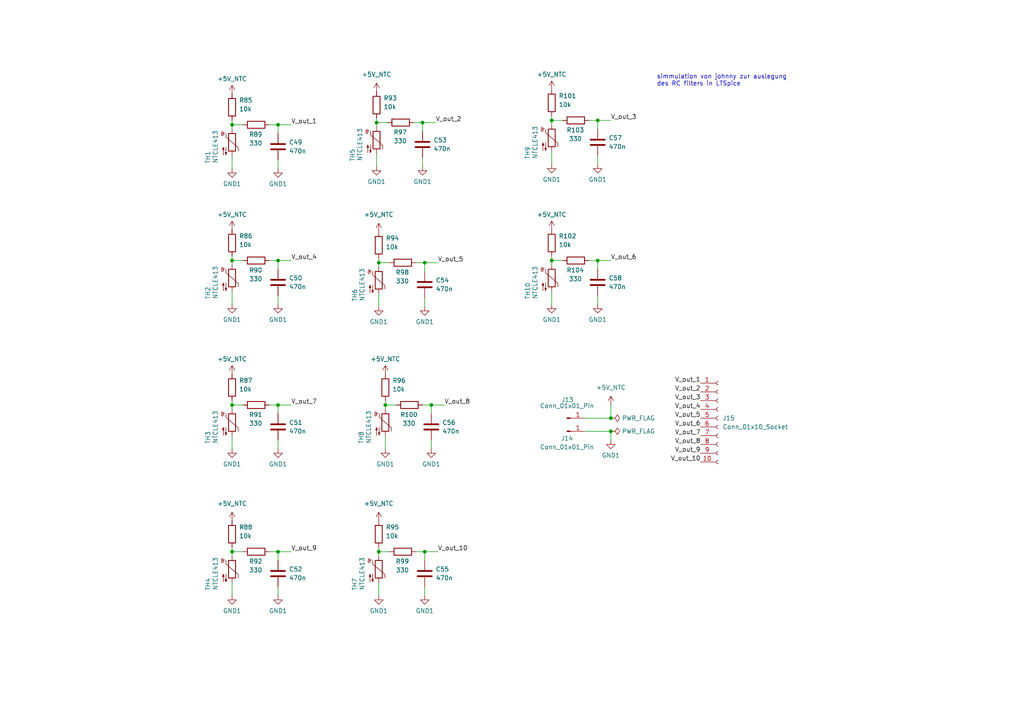
<source format=kicad_sch>
(kicad_sch
	(version 20231120)
	(generator "eeschema")
	(generator_version "8.0")
	(uuid "c04fa1e9-ff14-4ce8-b8e4-68ac8a1e4cda")
	(paper "A4")
	(lib_symbols
		(symbol "Connector:Conn_01x01_Pin"
			(pin_names
				(offset 1.016) hide)
			(exclude_from_sim no)
			(in_bom yes)
			(on_board yes)
			(property "Reference" "J"
				(at 0 2.54 0)
				(effects
					(font
						(size 1.27 1.27)
					)
				)
			)
			(property "Value" "Conn_01x01_Pin"
				(at 0 -2.54 0)
				(effects
					(font
						(size 1.27 1.27)
					)
				)
			)
			(property "Footprint" ""
				(at 0 0 0)
				(effects
					(font
						(size 1.27 1.27)
					)
					(hide yes)
				)
			)
			(property "Datasheet" "~"
				(at 0 0 0)
				(effects
					(font
						(size 1.27 1.27)
					)
					(hide yes)
				)
			)
			(property "Description" "Generic connector, single row, 01x01, script generated"
				(at 0 0 0)
				(effects
					(font
						(size 1.27 1.27)
					)
					(hide yes)
				)
			)
			(property "ki_locked" ""
				(at 0 0 0)
				(effects
					(font
						(size 1.27 1.27)
					)
				)
			)
			(property "ki_keywords" "connector"
				(at 0 0 0)
				(effects
					(font
						(size 1.27 1.27)
					)
					(hide yes)
				)
			)
			(property "ki_fp_filters" "Connector*:*_1x??_*"
				(at 0 0 0)
				(effects
					(font
						(size 1.27 1.27)
					)
					(hide yes)
				)
			)
			(symbol "Conn_01x01_Pin_1_1"
				(polyline
					(pts
						(xy 1.27 0) (xy 0.8636 0)
					)
					(stroke
						(width 0.1524)
						(type default)
					)
					(fill
						(type none)
					)
				)
				(rectangle
					(start 0.8636 0.127)
					(end 0 -0.127)
					(stroke
						(width 0.1524)
						(type default)
					)
					(fill
						(type outline)
					)
				)
				(pin passive line
					(at 5.08 0 180)
					(length 3.81)
					(name "Pin_1"
						(effects
							(font
								(size 1.27 1.27)
							)
						)
					)
					(number "1"
						(effects
							(font
								(size 1.27 1.27)
							)
						)
					)
				)
			)
		)
		(symbol "Connector:Conn_01x10_Socket"
			(pin_names
				(offset 1.016) hide)
			(exclude_from_sim no)
			(in_bom yes)
			(on_board yes)
			(property "Reference" "J"
				(at 0 12.7 0)
				(effects
					(font
						(size 1.27 1.27)
					)
				)
			)
			(property "Value" "Conn_01x10_Socket"
				(at 0 -15.24 0)
				(effects
					(font
						(size 1.27 1.27)
					)
				)
			)
			(property "Footprint" ""
				(at 0 0 0)
				(effects
					(font
						(size 1.27 1.27)
					)
					(hide yes)
				)
			)
			(property "Datasheet" "~"
				(at 0 0 0)
				(effects
					(font
						(size 1.27 1.27)
					)
					(hide yes)
				)
			)
			(property "Description" "Generic connector, single row, 01x10, script generated"
				(at 0 0 0)
				(effects
					(font
						(size 1.27 1.27)
					)
					(hide yes)
				)
			)
			(property "ki_locked" ""
				(at 0 0 0)
				(effects
					(font
						(size 1.27 1.27)
					)
				)
			)
			(property "ki_keywords" "connector"
				(at 0 0 0)
				(effects
					(font
						(size 1.27 1.27)
					)
					(hide yes)
				)
			)
			(property "ki_fp_filters" "Connector*:*_1x??_*"
				(at 0 0 0)
				(effects
					(font
						(size 1.27 1.27)
					)
					(hide yes)
				)
			)
			(symbol "Conn_01x10_Socket_1_1"
				(arc
					(start 0 -12.192)
					(mid -0.5058 -12.7)
					(end 0 -13.208)
					(stroke
						(width 0.1524)
						(type default)
					)
					(fill
						(type none)
					)
				)
				(arc
					(start 0 -9.652)
					(mid -0.5058 -10.16)
					(end 0 -10.668)
					(stroke
						(width 0.1524)
						(type default)
					)
					(fill
						(type none)
					)
				)
				(arc
					(start 0 -7.112)
					(mid -0.5058 -7.62)
					(end 0 -8.128)
					(stroke
						(width 0.1524)
						(type default)
					)
					(fill
						(type none)
					)
				)
				(arc
					(start 0 -4.572)
					(mid -0.5058 -5.08)
					(end 0 -5.588)
					(stroke
						(width 0.1524)
						(type default)
					)
					(fill
						(type none)
					)
				)
				(arc
					(start 0 -2.032)
					(mid -0.5058 -2.54)
					(end 0 -3.048)
					(stroke
						(width 0.1524)
						(type default)
					)
					(fill
						(type none)
					)
				)
				(polyline
					(pts
						(xy -1.27 -12.7) (xy -0.508 -12.7)
					)
					(stroke
						(width 0.1524)
						(type default)
					)
					(fill
						(type none)
					)
				)
				(polyline
					(pts
						(xy -1.27 -10.16) (xy -0.508 -10.16)
					)
					(stroke
						(width 0.1524)
						(type default)
					)
					(fill
						(type none)
					)
				)
				(polyline
					(pts
						(xy -1.27 -7.62) (xy -0.508 -7.62)
					)
					(stroke
						(width 0.1524)
						(type default)
					)
					(fill
						(type none)
					)
				)
				(polyline
					(pts
						(xy -1.27 -5.08) (xy -0.508 -5.08)
					)
					(stroke
						(width 0.1524)
						(type default)
					)
					(fill
						(type none)
					)
				)
				(polyline
					(pts
						(xy -1.27 -2.54) (xy -0.508 -2.54)
					)
					(stroke
						(width 0.1524)
						(type default)
					)
					(fill
						(type none)
					)
				)
				(polyline
					(pts
						(xy -1.27 0) (xy -0.508 0)
					)
					(stroke
						(width 0.1524)
						(type default)
					)
					(fill
						(type none)
					)
				)
				(polyline
					(pts
						(xy -1.27 2.54) (xy -0.508 2.54)
					)
					(stroke
						(width 0.1524)
						(type default)
					)
					(fill
						(type none)
					)
				)
				(polyline
					(pts
						(xy -1.27 5.08) (xy -0.508 5.08)
					)
					(stroke
						(width 0.1524)
						(type default)
					)
					(fill
						(type none)
					)
				)
				(polyline
					(pts
						(xy -1.27 7.62) (xy -0.508 7.62)
					)
					(stroke
						(width 0.1524)
						(type default)
					)
					(fill
						(type none)
					)
				)
				(polyline
					(pts
						(xy -1.27 10.16) (xy -0.508 10.16)
					)
					(stroke
						(width 0.1524)
						(type default)
					)
					(fill
						(type none)
					)
				)
				(arc
					(start 0 0.508)
					(mid -0.5058 0)
					(end 0 -0.508)
					(stroke
						(width 0.1524)
						(type default)
					)
					(fill
						(type none)
					)
				)
				(arc
					(start 0 3.048)
					(mid -0.5058 2.54)
					(end 0 2.032)
					(stroke
						(width 0.1524)
						(type default)
					)
					(fill
						(type none)
					)
				)
				(arc
					(start 0 5.588)
					(mid -0.5058 5.08)
					(end 0 4.572)
					(stroke
						(width 0.1524)
						(type default)
					)
					(fill
						(type none)
					)
				)
				(arc
					(start 0 8.128)
					(mid -0.5058 7.62)
					(end 0 7.112)
					(stroke
						(width 0.1524)
						(type default)
					)
					(fill
						(type none)
					)
				)
				(arc
					(start 0 10.668)
					(mid -0.5058 10.16)
					(end 0 9.652)
					(stroke
						(width 0.1524)
						(type default)
					)
					(fill
						(type none)
					)
				)
				(pin passive line
					(at -5.08 10.16 0)
					(length 3.81)
					(name "Pin_1"
						(effects
							(font
								(size 1.27 1.27)
							)
						)
					)
					(number "1"
						(effects
							(font
								(size 1.27 1.27)
							)
						)
					)
				)
				(pin passive line
					(at -5.08 -12.7 0)
					(length 3.81)
					(name "Pin_10"
						(effects
							(font
								(size 1.27 1.27)
							)
						)
					)
					(number "10"
						(effects
							(font
								(size 1.27 1.27)
							)
						)
					)
				)
				(pin passive line
					(at -5.08 7.62 0)
					(length 3.81)
					(name "Pin_2"
						(effects
							(font
								(size 1.27 1.27)
							)
						)
					)
					(number "2"
						(effects
							(font
								(size 1.27 1.27)
							)
						)
					)
				)
				(pin passive line
					(at -5.08 5.08 0)
					(length 3.81)
					(name "Pin_3"
						(effects
							(font
								(size 1.27 1.27)
							)
						)
					)
					(number "3"
						(effects
							(font
								(size 1.27 1.27)
							)
						)
					)
				)
				(pin passive line
					(at -5.08 2.54 0)
					(length 3.81)
					(name "Pin_4"
						(effects
							(font
								(size 1.27 1.27)
							)
						)
					)
					(number "4"
						(effects
							(font
								(size 1.27 1.27)
							)
						)
					)
				)
				(pin passive line
					(at -5.08 0 0)
					(length 3.81)
					(name "Pin_5"
						(effects
							(font
								(size 1.27 1.27)
							)
						)
					)
					(number "5"
						(effects
							(font
								(size 1.27 1.27)
							)
						)
					)
				)
				(pin passive line
					(at -5.08 -2.54 0)
					(length 3.81)
					(name "Pin_6"
						(effects
							(font
								(size 1.27 1.27)
							)
						)
					)
					(number "6"
						(effects
							(font
								(size 1.27 1.27)
							)
						)
					)
				)
				(pin passive line
					(at -5.08 -5.08 0)
					(length 3.81)
					(name "Pin_7"
						(effects
							(font
								(size 1.27 1.27)
							)
						)
					)
					(number "7"
						(effects
							(font
								(size 1.27 1.27)
							)
						)
					)
				)
				(pin passive line
					(at -5.08 -7.62 0)
					(length 3.81)
					(name "Pin_8"
						(effects
							(font
								(size 1.27 1.27)
							)
						)
					)
					(number "8"
						(effects
							(font
								(size 1.27 1.27)
							)
						)
					)
				)
				(pin passive line
					(at -5.08 -10.16 0)
					(length 3.81)
					(name "Pin_9"
						(effects
							(font
								(size 1.27 1.27)
							)
						)
					)
					(number "9"
						(effects
							(font
								(size 1.27 1.27)
							)
						)
					)
				)
			)
		)
		(symbol "Device:C"
			(pin_numbers hide)
			(pin_names
				(offset 0.254)
			)
			(exclude_from_sim no)
			(in_bom yes)
			(on_board yes)
			(property "Reference" "C"
				(at 0.635 2.54 0)
				(effects
					(font
						(size 1.27 1.27)
					)
					(justify left)
				)
			)
			(property "Value" "C"
				(at 0.635 -2.54 0)
				(effects
					(font
						(size 1.27 1.27)
					)
					(justify left)
				)
			)
			(property "Footprint" ""
				(at 0.9652 -3.81 0)
				(effects
					(font
						(size 1.27 1.27)
					)
					(hide yes)
				)
			)
			(property "Datasheet" "~"
				(at 0 0 0)
				(effects
					(font
						(size 1.27 1.27)
					)
					(hide yes)
				)
			)
			(property "Description" "Unpolarized capacitor"
				(at 0 0 0)
				(effects
					(font
						(size 1.27 1.27)
					)
					(hide yes)
				)
			)
			(property "ki_keywords" "cap capacitor"
				(at 0 0 0)
				(effects
					(font
						(size 1.27 1.27)
					)
					(hide yes)
				)
			)
			(property "ki_fp_filters" "C_*"
				(at 0 0 0)
				(effects
					(font
						(size 1.27 1.27)
					)
					(hide yes)
				)
			)
			(symbol "C_0_1"
				(polyline
					(pts
						(xy -2.032 -0.762) (xy 2.032 -0.762)
					)
					(stroke
						(width 0.508)
						(type default)
					)
					(fill
						(type none)
					)
				)
				(polyline
					(pts
						(xy -2.032 0.762) (xy 2.032 0.762)
					)
					(stroke
						(width 0.508)
						(type default)
					)
					(fill
						(type none)
					)
				)
			)
			(symbol "C_1_1"
				(pin passive line
					(at 0 3.81 270)
					(length 2.794)
					(name "~"
						(effects
							(font
								(size 1.27 1.27)
							)
						)
					)
					(number "1"
						(effects
							(font
								(size 1.27 1.27)
							)
						)
					)
				)
				(pin passive line
					(at 0 -3.81 90)
					(length 2.794)
					(name "~"
						(effects
							(font
								(size 1.27 1.27)
							)
						)
					)
					(number "2"
						(effects
							(font
								(size 1.27 1.27)
							)
						)
					)
				)
			)
		)
		(symbol "Device:R"
			(pin_numbers hide)
			(pin_names
				(offset 0)
			)
			(exclude_from_sim no)
			(in_bom yes)
			(on_board yes)
			(property "Reference" "R"
				(at 2.032 0 90)
				(effects
					(font
						(size 1.27 1.27)
					)
				)
			)
			(property "Value" "R"
				(at 0 0 90)
				(effects
					(font
						(size 1.27 1.27)
					)
				)
			)
			(property "Footprint" ""
				(at -1.778 0 90)
				(effects
					(font
						(size 1.27 1.27)
					)
					(hide yes)
				)
			)
			(property "Datasheet" "~"
				(at 0 0 0)
				(effects
					(font
						(size 1.27 1.27)
					)
					(hide yes)
				)
			)
			(property "Description" "Resistor"
				(at 0 0 0)
				(effects
					(font
						(size 1.27 1.27)
					)
					(hide yes)
				)
			)
			(property "ki_keywords" "R res resistor"
				(at 0 0 0)
				(effects
					(font
						(size 1.27 1.27)
					)
					(hide yes)
				)
			)
			(property "ki_fp_filters" "R_*"
				(at 0 0 0)
				(effects
					(font
						(size 1.27 1.27)
					)
					(hide yes)
				)
			)
			(symbol "R_0_1"
				(rectangle
					(start -1.016 -2.54)
					(end 1.016 2.54)
					(stroke
						(width 0.254)
						(type default)
					)
					(fill
						(type none)
					)
				)
			)
			(symbol "R_1_1"
				(pin passive line
					(at 0 3.81 270)
					(length 1.27)
					(name "~"
						(effects
							(font
								(size 1.27 1.27)
							)
						)
					)
					(number "1"
						(effects
							(font
								(size 1.27 1.27)
							)
						)
					)
				)
				(pin passive line
					(at 0 -3.81 90)
					(length 1.27)
					(name "~"
						(effects
							(font
								(size 1.27 1.27)
							)
						)
					)
					(number "2"
						(effects
							(font
								(size 1.27 1.27)
							)
						)
					)
				)
			)
		)
		(symbol "Device:Thermistor_NTC"
			(pin_numbers hide)
			(pin_names
				(offset 0)
			)
			(exclude_from_sim no)
			(in_bom yes)
			(on_board yes)
			(property "Reference" "TH"
				(at -4.445 0 90)
				(effects
					(font
						(size 1.27 1.27)
					)
				)
			)
			(property "Value" "Thermistor_NTC"
				(at 3.175 0 90)
				(effects
					(font
						(size 1.27 1.27)
					)
				)
			)
			(property "Footprint" ""
				(at 0 1.27 0)
				(effects
					(font
						(size 1.27 1.27)
					)
					(hide yes)
				)
			)
			(property "Datasheet" "~"
				(at 0 1.27 0)
				(effects
					(font
						(size 1.27 1.27)
					)
					(hide yes)
				)
			)
			(property "Description" "Temperature dependent resistor, negative temperature coefficient"
				(at 0 0 0)
				(effects
					(font
						(size 1.27 1.27)
					)
					(hide yes)
				)
			)
			(property "ki_keywords" "thermistor NTC resistor sensor RTD"
				(at 0 0 0)
				(effects
					(font
						(size 1.27 1.27)
					)
					(hide yes)
				)
			)
			(property "ki_fp_filters" "*NTC* *Thermistor* PIN?ARRAY* bornier* *Terminal?Block* R_*"
				(at 0 0 0)
				(effects
					(font
						(size 1.27 1.27)
					)
					(hide yes)
				)
			)
			(symbol "Thermistor_NTC_0_1"
				(arc
					(start -3.048 2.159)
					(mid -3.0495 2.3143)
					(end -3.175 2.413)
					(stroke
						(width 0)
						(type default)
					)
					(fill
						(type none)
					)
				)
				(arc
					(start -3.048 2.159)
					(mid -2.9736 1.9794)
					(end -2.794 1.905)
					(stroke
						(width 0)
						(type default)
					)
					(fill
						(type none)
					)
				)
				(arc
					(start -3.048 2.794)
					(mid -2.9736 2.6144)
					(end -2.794 2.54)
					(stroke
						(width 0)
						(type default)
					)
					(fill
						(type none)
					)
				)
				(arc
					(start -2.794 1.905)
					(mid -2.6144 1.9794)
					(end -2.54 2.159)
					(stroke
						(width 0)
						(type default)
					)
					(fill
						(type none)
					)
				)
				(arc
					(start -2.794 2.54)
					(mid -2.4393 2.5587)
					(end -2.159 2.794)
					(stroke
						(width 0)
						(type default)
					)
					(fill
						(type none)
					)
				)
				(arc
					(start -2.794 3.048)
					(mid -2.9736 2.9736)
					(end -3.048 2.794)
					(stroke
						(width 0)
						(type default)
					)
					(fill
						(type none)
					)
				)
				(arc
					(start -2.54 2.794)
					(mid -2.6144 2.9736)
					(end -2.794 3.048)
					(stroke
						(width 0)
						(type default)
					)
					(fill
						(type none)
					)
				)
				(rectangle
					(start -1.016 2.54)
					(end 1.016 -2.54)
					(stroke
						(width 0.254)
						(type default)
					)
					(fill
						(type none)
					)
				)
				(polyline
					(pts
						(xy -2.54 2.159) (xy -2.54 2.794)
					)
					(stroke
						(width 0)
						(type default)
					)
					(fill
						(type none)
					)
				)
				(polyline
					(pts
						(xy -1.778 2.54) (xy -1.778 1.524) (xy 1.778 -1.524) (xy 1.778 -2.54)
					)
					(stroke
						(width 0)
						(type default)
					)
					(fill
						(type none)
					)
				)
				(polyline
					(pts
						(xy -2.54 -3.683) (xy -2.54 -1.397) (xy -2.794 -2.159) (xy -2.286 -2.159) (xy -2.54 -1.397) (xy -2.54 -1.651)
					)
					(stroke
						(width 0)
						(type default)
					)
					(fill
						(type outline)
					)
				)
				(polyline
					(pts
						(xy -1.778 -1.397) (xy -1.778 -3.683) (xy -2.032 -2.921) (xy -1.524 -2.921) (xy -1.778 -3.683)
						(xy -1.778 -3.429)
					)
					(stroke
						(width 0)
						(type default)
					)
					(fill
						(type outline)
					)
				)
			)
			(symbol "Thermistor_NTC_1_1"
				(pin passive line
					(at 0 3.81 270)
					(length 1.27)
					(name "~"
						(effects
							(font
								(size 1.27 1.27)
							)
						)
					)
					(number "1"
						(effects
							(font
								(size 1.27 1.27)
							)
						)
					)
				)
				(pin passive line
					(at 0 -3.81 90)
					(length 1.27)
					(name "~"
						(effects
							(font
								(size 1.27 1.27)
							)
						)
					)
					(number "2"
						(effects
							(font
								(size 1.27 1.27)
							)
						)
					)
				)
			)
		)
		(symbol "power:+5V"
			(power)
			(pin_numbers hide)
			(pin_names
				(offset 0) hide)
			(exclude_from_sim no)
			(in_bom yes)
			(on_board yes)
			(property "Reference" "#PWR"
				(at 0 -3.81 0)
				(effects
					(font
						(size 1.27 1.27)
					)
					(hide yes)
				)
			)
			(property "Value" "+5V"
				(at 0 3.556 0)
				(effects
					(font
						(size 1.27 1.27)
					)
				)
			)
			(property "Footprint" ""
				(at 0 0 0)
				(effects
					(font
						(size 1.27 1.27)
					)
					(hide yes)
				)
			)
			(property "Datasheet" ""
				(at 0 0 0)
				(effects
					(font
						(size 1.27 1.27)
					)
					(hide yes)
				)
			)
			(property "Description" "Power symbol creates a global label with name \"+5V\""
				(at 0 0 0)
				(effects
					(font
						(size 1.27 1.27)
					)
					(hide yes)
				)
			)
			(property "ki_keywords" "global power"
				(at 0 0 0)
				(effects
					(font
						(size 1.27 1.27)
					)
					(hide yes)
				)
			)
			(symbol "+5V_0_1"
				(polyline
					(pts
						(xy -0.762 1.27) (xy 0 2.54)
					)
					(stroke
						(width 0)
						(type default)
					)
					(fill
						(type none)
					)
				)
				(polyline
					(pts
						(xy 0 0) (xy 0 2.54)
					)
					(stroke
						(width 0)
						(type default)
					)
					(fill
						(type none)
					)
				)
				(polyline
					(pts
						(xy 0 2.54) (xy 0.762 1.27)
					)
					(stroke
						(width 0)
						(type default)
					)
					(fill
						(type none)
					)
				)
			)
			(symbol "+5V_1_1"
				(pin power_in line
					(at 0 0 90)
					(length 0)
					(name "~"
						(effects
							(font
								(size 1.27 1.27)
							)
						)
					)
					(number "1"
						(effects
							(font
								(size 1.27 1.27)
							)
						)
					)
				)
			)
		)
		(symbol "power:GND1"
			(power)
			(pin_numbers hide)
			(pin_names
				(offset 0) hide)
			(exclude_from_sim no)
			(in_bom yes)
			(on_board yes)
			(property "Reference" "#PWR"
				(at 0 -6.35 0)
				(effects
					(font
						(size 1.27 1.27)
					)
					(hide yes)
				)
			)
			(property "Value" "GND1"
				(at 0 -3.81 0)
				(effects
					(font
						(size 1.27 1.27)
					)
				)
			)
			(property "Footprint" ""
				(at 0 0 0)
				(effects
					(font
						(size 1.27 1.27)
					)
					(hide yes)
				)
			)
			(property "Datasheet" ""
				(at 0 0 0)
				(effects
					(font
						(size 1.27 1.27)
					)
					(hide yes)
				)
			)
			(property "Description" "Power symbol creates a global label with name \"GND1\" , ground"
				(at 0 0 0)
				(effects
					(font
						(size 1.27 1.27)
					)
					(hide yes)
				)
			)
			(property "ki_keywords" "global power"
				(at 0 0 0)
				(effects
					(font
						(size 1.27 1.27)
					)
					(hide yes)
				)
			)
			(symbol "GND1_0_1"
				(polyline
					(pts
						(xy 0 0) (xy 0 -1.27) (xy 1.27 -1.27) (xy 0 -2.54) (xy -1.27 -1.27) (xy 0 -1.27)
					)
					(stroke
						(width 0)
						(type default)
					)
					(fill
						(type none)
					)
				)
			)
			(symbol "GND1_1_1"
				(pin power_in line
					(at 0 0 270)
					(length 0)
					(name "~"
						(effects
							(font
								(size 1.27 1.27)
							)
						)
					)
					(number "1"
						(effects
							(font
								(size 1.27 1.27)
							)
						)
					)
				)
			)
		)
		(symbol "power:PWR_FLAG"
			(power)
			(pin_numbers hide)
			(pin_names
				(offset 0) hide)
			(exclude_from_sim no)
			(in_bom yes)
			(on_board yes)
			(property "Reference" "#FLG"
				(at 0 1.905 0)
				(effects
					(font
						(size 1.27 1.27)
					)
					(hide yes)
				)
			)
			(property "Value" "PWR_FLAG"
				(at 0 3.81 0)
				(effects
					(font
						(size 1.27 1.27)
					)
				)
			)
			(property "Footprint" ""
				(at 0 0 0)
				(effects
					(font
						(size 1.27 1.27)
					)
					(hide yes)
				)
			)
			(property "Datasheet" "~"
				(at 0 0 0)
				(effects
					(font
						(size 1.27 1.27)
					)
					(hide yes)
				)
			)
			(property "Description" "Special symbol for telling ERC where power comes from"
				(at 0 0 0)
				(effects
					(font
						(size 1.27 1.27)
					)
					(hide yes)
				)
			)
			(property "ki_keywords" "flag power"
				(at 0 0 0)
				(effects
					(font
						(size 1.27 1.27)
					)
					(hide yes)
				)
			)
			(symbol "PWR_FLAG_0_0"
				(pin power_out line
					(at 0 0 90)
					(length 0)
					(name "~"
						(effects
							(font
								(size 1.27 1.27)
							)
						)
					)
					(number "1"
						(effects
							(font
								(size 1.27 1.27)
							)
						)
					)
				)
			)
			(symbol "PWR_FLAG_0_1"
				(polyline
					(pts
						(xy 0 0) (xy 0 1.27) (xy -1.016 1.905) (xy 0 2.54) (xy 1.016 1.905) (xy 0 1.27)
					)
					(stroke
						(width 0)
						(type default)
					)
					(fill
						(type none)
					)
				)
			)
		)
	)
	(junction
		(at 67.31 160.02)
		(diameter 0)
		(color 0 0 0 0)
		(uuid "01fb401c-c95a-41ca-9934-8a7e7b81bffd")
	)
	(junction
		(at 67.31 117.475)
		(diameter 0)
		(color 0 0 0 0)
		(uuid "0847b9ca-0a1c-46f0-b1ea-5dc81f91fb2a")
	)
	(junction
		(at 160.02 75.565)
		(diameter 0)
		(color 0 0 0 0)
		(uuid "11df4e94-ecc9-4952-9c0c-cd9ddb20b998")
	)
	(junction
		(at 80.645 36.195)
		(diameter 0)
		(color 0 0 0 0)
		(uuid "1b1d9fe1-28ea-449c-a63c-d0b6e2fe3276")
	)
	(junction
		(at 123.19 76.2)
		(diameter 0)
		(color 0 0 0 0)
		(uuid "1f52d40d-de37-48b0-a69e-8ae1d28aa0e7")
	)
	(junction
		(at 109.855 160.02)
		(diameter 0)
		(color 0 0 0 0)
		(uuid "21fa2cf2-6643-450f-9b3b-d185ef9aa089")
	)
	(junction
		(at 123.19 160.02)
		(diameter 0)
		(color 0 0 0 0)
		(uuid "4d794a22-5501-43bb-ad28-0d9af24a8af2")
	)
	(junction
		(at 80.645 160.02)
		(diameter 0)
		(color 0 0 0 0)
		(uuid "5eb1bdc0-5e86-4168-9085-8954f9008253")
	)
	(junction
		(at 125.095 117.475)
		(diameter 0)
		(color 0 0 0 0)
		(uuid "6ad276b1-c67d-4da7-993a-7fba78c75dcf")
	)
	(junction
		(at 67.31 36.195)
		(diameter 0)
		(color 0 0 0 0)
		(uuid "6ffde988-d1b9-4e5a-94e2-c4b766b195e6")
	)
	(junction
		(at 122.555 35.56)
		(diameter 0)
		(color 0 0 0 0)
		(uuid "75073320-32c2-4d03-bd64-6c51e9e8bab2")
	)
	(junction
		(at 173.355 75.565)
		(diameter 0)
		(color 0 0 0 0)
		(uuid "8ddf13bb-4ae8-4ed6-88fc-150e1a8fceda")
	)
	(junction
		(at 80.645 75.565)
		(diameter 0)
		(color 0 0 0 0)
		(uuid "9f0bc0fc-3b7c-4b93-8561-55714d207f35")
	)
	(junction
		(at 177.165 121.285)
		(diameter 0)
		(color 0 0 0 0)
		(uuid "9f29537e-51c8-4371-ab29-ab895d49e26b")
	)
	(junction
		(at 160.02 34.925)
		(diameter 0)
		(color 0 0 0 0)
		(uuid "a5d40e78-aa87-4584-b256-812d31e56220")
	)
	(junction
		(at 109.22 35.56)
		(diameter 0)
		(color 0 0 0 0)
		(uuid "c06bd450-6337-457c-85d6-97a79997365c")
	)
	(junction
		(at 67.31 75.565)
		(diameter 0)
		(color 0 0 0 0)
		(uuid "c936cf66-68a3-43ed-8889-ef9aef24fcce")
	)
	(junction
		(at 80.645 117.475)
		(diameter 0)
		(color 0 0 0 0)
		(uuid "dfa73a03-8a7f-42c0-9613-f70531bfe634")
	)
	(junction
		(at 173.355 34.925)
		(diameter 0)
		(color 0 0 0 0)
		(uuid "e065e274-b97d-430d-b8f3-78ac7555fd17")
	)
	(junction
		(at 109.855 76.2)
		(diameter 0)
		(color 0 0 0 0)
		(uuid "f700d287-49d4-47c8-b83e-3ff34e32540d")
	)
	(junction
		(at 177.165 125.095)
		(diameter 0)
		(color 0 0 0 0)
		(uuid "f7a6d33a-1360-4e3c-a385-047eef8a9048")
	)
	(junction
		(at 111.76 117.475)
		(diameter 0)
		(color 0 0 0 0)
		(uuid "fdfdcc8f-d662-4303-8301-21e070710f7a")
	)
	(wire
		(pts
			(xy 169.545 121.285) (xy 177.165 121.285)
		)
		(stroke
			(width 0)
			(type default)
		)
		(uuid "04bd9d85-b83c-4347-857e-fc3e11502b9f")
	)
	(wire
		(pts
			(xy 67.31 74.295) (xy 67.31 75.565)
		)
		(stroke
			(width 0)
			(type default)
		)
		(uuid "05867618-329b-47dd-9888-267c91ce9118")
	)
	(wire
		(pts
			(xy 67.31 158.75) (xy 67.31 160.02)
		)
		(stroke
			(width 0)
			(type default)
		)
		(uuid "09229c9c-dd0a-43a0-ae37-68006e44797e")
	)
	(wire
		(pts
			(xy 67.31 160.02) (xy 67.31 161.29)
		)
		(stroke
			(width 0)
			(type default)
		)
		(uuid "0a61b3d1-e9d8-4ba1-bb3f-15c8742ecb20")
	)
	(wire
		(pts
			(xy 109.855 160.02) (xy 113.03 160.02)
		)
		(stroke
			(width 0)
			(type default)
		)
		(uuid "0fbc10fd-2d1f-43fe-ab98-fa77d422e977")
	)
	(wire
		(pts
			(xy 111.76 117.475) (xy 111.76 118.745)
		)
		(stroke
			(width 0)
			(type default)
		)
		(uuid "12e38cd6-5cf9-4eaa-a631-5d32fb118ff5")
	)
	(wire
		(pts
			(xy 80.645 36.195) (xy 84.455 36.195)
		)
		(stroke
			(width 0)
			(type default)
		)
		(uuid "1519fe6d-dc2d-4115-951e-e1f46902d14f")
	)
	(wire
		(pts
			(xy 67.31 116.205) (xy 67.31 117.475)
		)
		(stroke
			(width 0)
			(type default)
		)
		(uuid "1b97dc00-52a9-4e67-a44b-9ec720d23fc9")
	)
	(wire
		(pts
			(xy 111.76 126.365) (xy 111.76 130.175)
		)
		(stroke
			(width 0)
			(type default)
		)
		(uuid "1cdbaeb3-20fd-4494-8b8a-22c7cecc748f")
	)
	(wire
		(pts
			(xy 80.645 160.02) (xy 80.645 162.56)
		)
		(stroke
			(width 0)
			(type default)
		)
		(uuid "1dd6ebbf-27a5-44ee-bec0-0743b5a41dc6")
	)
	(wire
		(pts
			(xy 80.645 88.265) (xy 80.645 85.725)
		)
		(stroke
			(width 0)
			(type default)
		)
		(uuid "22b56279-4a73-48b4-8012-6a4a9f97c8ef")
	)
	(wire
		(pts
			(xy 80.645 130.175) (xy 80.645 127.635)
		)
		(stroke
			(width 0)
			(type default)
		)
		(uuid "269e5df9-8ea8-432e-a808-d8e27224a097")
	)
	(wire
		(pts
			(xy 67.31 45.085) (xy 67.31 48.895)
		)
		(stroke
			(width 0)
			(type default)
		)
		(uuid "2cb32a9a-08ed-467d-8ea2-34b6cf7bfa36")
	)
	(wire
		(pts
			(xy 173.355 75.565) (xy 173.355 78.105)
		)
		(stroke
			(width 0)
			(type default)
		)
		(uuid "33c995b0-d84a-4e9c-b5f4-84b73530cfef")
	)
	(wire
		(pts
			(xy 177.165 121.285) (xy 177.165 117.475)
		)
		(stroke
			(width 0)
			(type default)
		)
		(uuid "34ce4d70-ad81-4c7e-ad37-2655b6e4abda")
	)
	(wire
		(pts
			(xy 109.22 35.56) (xy 109.22 36.83)
		)
		(stroke
			(width 0)
			(type default)
		)
		(uuid "3637e183-9444-434b-ab65-bd6bf43dccc1")
	)
	(wire
		(pts
			(xy 109.855 160.02) (xy 109.855 161.29)
		)
		(stroke
			(width 0)
			(type default)
		)
		(uuid "3878be4c-2019-481e-888d-274bf39c12dd")
	)
	(wire
		(pts
			(xy 109.855 158.75) (xy 109.855 160.02)
		)
		(stroke
			(width 0)
			(type default)
		)
		(uuid "3981178f-ad8f-4541-b4f3-e619ac67186c")
	)
	(wire
		(pts
			(xy 109.855 85.09) (xy 109.855 88.9)
		)
		(stroke
			(width 0)
			(type default)
		)
		(uuid "3b5be0d3-72c9-4a61-b049-68b4658eb119")
	)
	(wire
		(pts
			(xy 160.02 75.565) (xy 160.02 76.835)
		)
		(stroke
			(width 0)
			(type default)
		)
		(uuid "3e256d86-137c-4182-9bec-a787b3e3160f")
	)
	(wire
		(pts
			(xy 109.22 44.45) (xy 109.22 48.26)
		)
		(stroke
			(width 0)
			(type default)
		)
		(uuid "3e924cd6-663e-4824-90ff-62dd86d4e2c9")
	)
	(wire
		(pts
			(xy 67.31 36.195) (xy 67.31 37.465)
		)
		(stroke
			(width 0)
			(type default)
		)
		(uuid "47bda7fd-7b36-4985-a056-bde39d01be27")
	)
	(wire
		(pts
			(xy 160.02 34.925) (xy 160.02 36.195)
		)
		(stroke
			(width 0)
			(type default)
		)
		(uuid "48dabde1-11ce-4184-9439-a2f8230b8a87")
	)
	(wire
		(pts
			(xy 170.815 75.565) (xy 173.355 75.565)
		)
		(stroke
			(width 0)
			(type default)
		)
		(uuid "490ed9e9-18a1-4dd6-8a0e-289e7e6e9900")
	)
	(wire
		(pts
			(xy 123.19 160.02) (xy 127 160.02)
		)
		(stroke
			(width 0)
			(type default)
		)
		(uuid "4a4af83f-858b-45de-ab67-e57ede698612")
	)
	(wire
		(pts
			(xy 67.31 117.475) (xy 67.31 118.745)
		)
		(stroke
			(width 0)
			(type default)
		)
		(uuid "4d18d1a4-7eb8-4de6-a24e-f24874806ce6")
	)
	(wire
		(pts
			(xy 80.645 75.565) (xy 80.645 78.105)
		)
		(stroke
			(width 0)
			(type default)
		)
		(uuid "5189202a-cd66-4afc-ba5b-9a1b5b1581c6")
	)
	(wire
		(pts
			(xy 109.855 168.91) (xy 109.855 172.72)
		)
		(stroke
			(width 0)
			(type default)
		)
		(uuid "5a4a7597-eda6-4950-b468-3f9456ff3015")
	)
	(wire
		(pts
			(xy 125.095 117.475) (xy 128.905 117.475)
		)
		(stroke
			(width 0)
			(type default)
		)
		(uuid "5f63a578-c279-489d-81bc-87419518fc53")
	)
	(wire
		(pts
			(xy 122.555 35.56) (xy 126.365 35.56)
		)
		(stroke
			(width 0)
			(type default)
		)
		(uuid "619b3bb9-a5a9-4bca-b182-c00731e119b7")
	)
	(wire
		(pts
			(xy 170.815 34.925) (xy 173.355 34.925)
		)
		(stroke
			(width 0)
			(type default)
		)
		(uuid "68436125-8aa1-49f0-916b-ad5257a7023c")
	)
	(wire
		(pts
			(xy 122.555 35.56) (xy 122.555 38.1)
		)
		(stroke
			(width 0)
			(type default)
		)
		(uuid "6a3b0c17-d9fd-45a9-ba54-e1c9cda9419e")
	)
	(wire
		(pts
			(xy 78.105 75.565) (xy 80.645 75.565)
		)
		(stroke
			(width 0)
			(type default)
		)
		(uuid "6ca1a23c-7450-4c53-a1ac-ccd9564a22a5")
	)
	(wire
		(pts
			(xy 173.355 88.265) (xy 173.355 85.725)
		)
		(stroke
			(width 0)
			(type default)
		)
		(uuid "6ddbeeb4-ca91-4394-924a-115c5bcb3f55")
	)
	(wire
		(pts
			(xy 80.645 117.475) (xy 80.645 120.015)
		)
		(stroke
			(width 0)
			(type default)
		)
		(uuid "6e2f45d2-3e57-4762-9610-34f2dc35d9ae")
	)
	(wire
		(pts
			(xy 125.095 117.475) (xy 125.095 120.015)
		)
		(stroke
			(width 0)
			(type default)
		)
		(uuid "6f0277cd-1e96-4f7f-bec3-03176c48c4de")
	)
	(wire
		(pts
			(xy 173.355 34.925) (xy 173.355 37.465)
		)
		(stroke
			(width 0)
			(type default)
		)
		(uuid "71233b7d-9c9a-42c6-8859-ad8469f49fbc")
	)
	(wire
		(pts
			(xy 67.31 126.365) (xy 67.31 130.175)
		)
		(stroke
			(width 0)
			(type default)
		)
		(uuid "72a591f0-6502-477b-baf0-9d060c0350f4")
	)
	(wire
		(pts
			(xy 80.645 36.195) (xy 80.645 38.735)
		)
		(stroke
			(width 0)
			(type default)
		)
		(uuid "7345c3a8-140f-4493-b9bd-860da7208990")
	)
	(wire
		(pts
			(xy 160.02 74.295) (xy 160.02 75.565)
		)
		(stroke
			(width 0)
			(type default)
		)
		(uuid "749c5ba4-37d5-43b3-a68a-b3f4dd2b7254")
	)
	(wire
		(pts
			(xy 80.645 117.475) (xy 84.455 117.475)
		)
		(stroke
			(width 0)
			(type default)
		)
		(uuid "75363d5f-b9c7-493f-80c6-0462362b522d")
	)
	(wire
		(pts
			(xy 160.02 34.925) (xy 163.195 34.925)
		)
		(stroke
			(width 0)
			(type default)
		)
		(uuid "75fa0159-07f1-408a-ad12-1180d4fa99c5")
	)
	(wire
		(pts
			(xy 67.31 75.565) (xy 67.31 76.835)
		)
		(stroke
			(width 0)
			(type default)
		)
		(uuid "804e1cec-6af9-47ed-8367-60e14eb20fb6")
	)
	(wire
		(pts
			(xy 122.555 48.26) (xy 122.555 45.72)
		)
		(stroke
			(width 0)
			(type default)
		)
		(uuid "88844417-e263-458b-8933-914b788f3a83")
	)
	(wire
		(pts
			(xy 67.31 36.195) (xy 70.485 36.195)
		)
		(stroke
			(width 0)
			(type default)
		)
		(uuid "8d9ea2f1-427e-4130-9c7f-e2db7cb71a68")
	)
	(wire
		(pts
			(xy 173.355 34.925) (xy 177.165 34.925)
		)
		(stroke
			(width 0)
			(type default)
		)
		(uuid "8ee4ae0e-276f-415f-9bff-e17a3e4b17b7")
	)
	(wire
		(pts
			(xy 67.31 84.455) (xy 67.31 88.265)
		)
		(stroke
			(width 0)
			(type default)
		)
		(uuid "9413d49f-efef-4884-a873-6248e90fbc2a")
	)
	(wire
		(pts
			(xy 67.31 75.565) (xy 70.485 75.565)
		)
		(stroke
			(width 0)
			(type default)
		)
		(uuid "953c589c-cdbc-485a-bf8c-7caf43c5cf6b")
	)
	(wire
		(pts
			(xy 78.105 36.195) (xy 80.645 36.195)
		)
		(stroke
			(width 0)
			(type default)
		)
		(uuid "9884bede-9d12-42b7-9c7e-84b87c56f61c")
	)
	(wire
		(pts
			(xy 78.105 117.475) (xy 80.645 117.475)
		)
		(stroke
			(width 0)
			(type default)
		)
		(uuid "98edeba6-46cf-4998-8814-cc5350eb6ea3")
	)
	(wire
		(pts
			(xy 123.19 172.72) (xy 123.19 170.18)
		)
		(stroke
			(width 0)
			(type default)
		)
		(uuid "99f8fe99-3012-4d2a-a6b5-574094982fb4")
	)
	(wire
		(pts
			(xy 67.31 117.475) (xy 70.485 117.475)
		)
		(stroke
			(width 0)
			(type default)
		)
		(uuid "9aff0929-72fb-4dc0-8c5b-e276746107b9")
	)
	(wire
		(pts
			(xy 109.855 76.2) (xy 109.855 77.47)
		)
		(stroke
			(width 0)
			(type default)
		)
		(uuid "9d08fb7c-2560-4f43-81ba-b2db9762c044")
	)
	(wire
		(pts
			(xy 177.165 125.095) (xy 169.545 125.095)
		)
		(stroke
			(width 0)
			(type default)
		)
		(uuid "9e766546-e719-4c56-b581-2f5bf7dcf19a")
	)
	(wire
		(pts
			(xy 109.855 76.2) (xy 113.03 76.2)
		)
		(stroke
			(width 0)
			(type default)
		)
		(uuid "9ed9896d-b507-46cc-884a-86565f26aa7d")
	)
	(wire
		(pts
			(xy 160.02 43.815) (xy 160.02 47.625)
		)
		(stroke
			(width 0)
			(type default)
		)
		(uuid "b03a0906-0bce-40cc-91aa-6d4bc734d3e5")
	)
	(wire
		(pts
			(xy 125.095 130.175) (xy 125.095 127.635)
		)
		(stroke
			(width 0)
			(type default)
		)
		(uuid "b1b77055-f7ba-44cb-b333-ad81016cdc6e")
	)
	(wire
		(pts
			(xy 80.645 48.895) (xy 80.645 46.355)
		)
		(stroke
			(width 0)
			(type default)
		)
		(uuid "b23a0464-771c-4b6b-af40-8b0a0b880e42")
	)
	(wire
		(pts
			(xy 111.76 117.475) (xy 114.935 117.475)
		)
		(stroke
			(width 0)
			(type default)
		)
		(uuid "b2a0a806-ad9b-4c7d-bebb-ceb3a3e9a50e")
	)
	(wire
		(pts
			(xy 120.015 35.56) (xy 122.555 35.56)
		)
		(stroke
			(width 0)
			(type default)
		)
		(uuid "b34c9e31-2faa-4352-8e59-6975c89307c7")
	)
	(wire
		(pts
			(xy 173.355 47.625) (xy 173.355 45.085)
		)
		(stroke
			(width 0)
			(type default)
		)
		(uuid "c3d9b96c-c0a6-4179-be46-085ddd7e5693")
	)
	(wire
		(pts
			(xy 111.76 116.205) (xy 111.76 117.475)
		)
		(stroke
			(width 0)
			(type default)
		)
		(uuid "c6ea5e8e-5d1a-43de-845f-1697e8a67884")
	)
	(wire
		(pts
			(xy 122.555 117.475) (xy 125.095 117.475)
		)
		(stroke
			(width 0)
			(type default)
		)
		(uuid "c789cf90-c6cb-4c12-bd89-114381af874b")
	)
	(wire
		(pts
			(xy 109.22 34.29) (xy 109.22 35.56)
		)
		(stroke
			(width 0)
			(type default)
		)
		(uuid "cbfacf06-ff51-4375-bd88-8252c63f6cfc")
	)
	(wire
		(pts
			(xy 120.65 160.02) (xy 123.19 160.02)
		)
		(stroke
			(width 0)
			(type default)
		)
		(uuid "cf670265-cef7-41d6-9829-ee0de89e675b")
	)
	(wire
		(pts
			(xy 120.65 76.2) (xy 123.19 76.2)
		)
		(stroke
			(width 0)
			(type default)
		)
		(uuid "d511874c-3055-47d8-b4b3-d6e8c192caf4")
	)
	(wire
		(pts
			(xy 160.02 75.565) (xy 163.195 75.565)
		)
		(stroke
			(width 0)
			(type default)
		)
		(uuid "d69241ef-6276-4487-8ccb-dc53ddd72c86")
	)
	(wire
		(pts
			(xy 173.355 75.565) (xy 177.165 75.565)
		)
		(stroke
			(width 0)
			(type default)
		)
		(uuid "d6fb409e-1ab1-46a2-82d9-6afbbfa404a4")
	)
	(wire
		(pts
			(xy 80.645 75.565) (xy 84.455 75.565)
		)
		(stroke
			(width 0)
			(type default)
		)
		(uuid "d7785053-66d5-4e56-b90b-62638e5cc28e")
	)
	(wire
		(pts
			(xy 80.645 160.02) (xy 84.455 160.02)
		)
		(stroke
			(width 0)
			(type default)
		)
		(uuid "d992a387-0ed9-493c-9506-e5f0f830a0e2")
	)
	(wire
		(pts
			(xy 78.105 160.02) (xy 80.645 160.02)
		)
		(stroke
			(width 0)
			(type default)
		)
		(uuid "dc7aea48-42c0-43ce-ace0-7be18ca15968")
	)
	(wire
		(pts
			(xy 177.165 127.635) (xy 177.165 125.095)
		)
		(stroke
			(width 0)
			(type default)
		)
		(uuid "dd63d4fd-d084-42c4-b136-906d0f63550f")
	)
	(wire
		(pts
			(xy 160.02 33.655) (xy 160.02 34.925)
		)
		(stroke
			(width 0)
			(type default)
		)
		(uuid "de393ef1-95b7-4d25-b72e-dc59ec89f587")
	)
	(wire
		(pts
			(xy 123.19 160.02) (xy 123.19 162.56)
		)
		(stroke
			(width 0)
			(type default)
		)
		(uuid "e3016d78-4f5b-4d3e-bb99-784ea5f68aa8")
	)
	(wire
		(pts
			(xy 123.19 88.9) (xy 123.19 86.36)
		)
		(stroke
			(width 0)
			(type default)
		)
		(uuid "e385d0be-3c80-4bd0-9756-72a492dc922c")
	)
	(wire
		(pts
			(xy 109.22 35.56) (xy 112.395 35.56)
		)
		(stroke
			(width 0)
			(type default)
		)
		(uuid "f0793091-1b7d-4761-8e39-82c1344e7d9a")
	)
	(wire
		(pts
			(xy 67.31 168.91) (xy 67.31 172.72)
		)
		(stroke
			(width 0)
			(type default)
		)
		(uuid "f2a13cd1-bbe8-424b-bd05-485d594eb828")
	)
	(wire
		(pts
			(xy 80.645 172.72) (xy 80.645 170.18)
		)
		(stroke
			(width 0)
			(type default)
		)
		(uuid "f7c3eeba-dd21-4110-941c-2925abce6d1b")
	)
	(wire
		(pts
			(xy 160.02 84.455) (xy 160.02 88.265)
		)
		(stroke
			(width 0)
			(type default)
		)
		(uuid "fa18c5e7-83d7-41bb-b520-628b807c7a58")
	)
	(wire
		(pts
			(xy 109.855 74.93) (xy 109.855 76.2)
		)
		(stroke
			(width 0)
			(type default)
		)
		(uuid "fa67102f-78be-4f12-9a74-690398015180")
	)
	(wire
		(pts
			(xy 67.31 160.02) (xy 70.485 160.02)
		)
		(stroke
			(width 0)
			(type default)
		)
		(uuid "fa95a7b4-9a06-40d8-9749-7097f40ed4b8")
	)
	(wire
		(pts
			(xy 123.19 76.2) (xy 123.19 78.74)
		)
		(stroke
			(width 0)
			(type default)
		)
		(uuid "fad73009-683f-4405-acbd-6d37b2115329")
	)
	(wire
		(pts
			(xy 123.19 76.2) (xy 127 76.2)
		)
		(stroke
			(width 0)
			(type default)
		)
		(uuid "fce6303c-d884-4788-aaf7-a80f37c1ec79")
	)
	(wire
		(pts
			(xy 67.31 34.925) (xy 67.31 36.195)
		)
		(stroke
			(width 0)
			(type default)
		)
		(uuid "fe1a72d5-608f-4c45-b53e-482c1c74fba6")
	)
	(text "simmulation von johnny zur auslegung\ndes RC filters in LTSpice"
		(exclude_from_sim no)
		(at 190.5 23.368 0)
		(effects
			(font
				(size 1.27 1.27)
			)
			(justify left)
		)
		(uuid "fa357589-d187-417d-b36e-ec5bd7226974")
	)
	(label "V_out_9"
		(at 84.455 160.02 0)
		(fields_autoplaced yes)
		(effects
			(font
				(size 1.27 1.27)
			)
			(justify left bottom)
		)
		(uuid "05dbb850-f23f-409c-bb8d-437b9879f0b4")
	)
	(label "V_out_4"
		(at 203.2 118.745 180)
		(fields_autoplaced yes)
		(effects
			(font
				(size 1.27 1.27)
			)
			(justify right bottom)
		)
		(uuid "272f3608-faa1-4cf0-9454-ca3716168d66")
	)
	(label "V_out_3"
		(at 177.165 34.925 0)
		(fields_autoplaced yes)
		(effects
			(font
				(size 1.27 1.27)
			)
			(justify left bottom)
		)
		(uuid "478ded98-3be0-4cfb-9dcf-693df3e9bba8")
	)
	(label "V_out_9"
		(at 203.2 131.445 180)
		(fields_autoplaced yes)
		(effects
			(font
				(size 1.27 1.27)
			)
			(justify right bottom)
		)
		(uuid "60f02e33-bcb6-426b-ac0b-6b060cb731aa")
	)
	(label "V_out_8"
		(at 128.905 117.475 0)
		(fields_autoplaced yes)
		(effects
			(font
				(size 1.27 1.27)
			)
			(justify left bottom)
		)
		(uuid "66a67e4c-5774-4712-b1d4-e887dfa42230")
	)
	(label "V_out_4"
		(at 84.455 75.565 0)
		(fields_autoplaced yes)
		(effects
			(font
				(size 1.27 1.27)
			)
			(justify left bottom)
		)
		(uuid "76dcdd0c-aeb5-478c-99a4-bd6205f8a206")
	)
	(label "V_out_10"
		(at 127 160.02 0)
		(fields_autoplaced yes)
		(effects
			(font
				(size 1.27 1.27)
			)
			(justify left bottom)
		)
		(uuid "77a3ff4b-a1ef-4a40-a368-3e06e5df6587")
	)
	(label "V_out_5"
		(at 127 76.2 0)
		(fields_autoplaced yes)
		(effects
			(font
				(size 1.27 1.27)
			)
			(justify left bottom)
		)
		(uuid "7a8610bf-f82b-4fa7-88e7-35e44c66d8db")
	)
	(label "V_out_1"
		(at 84.455 36.195 0)
		(fields_autoplaced yes)
		(effects
			(font
				(size 1.27 1.27)
			)
			(justify left bottom)
		)
		(uuid "a38201dc-802c-4a90-a48b-7ab2b1fd48c6")
	)
	(label "V_out_6"
		(at 203.2 123.825 180)
		(fields_autoplaced yes)
		(effects
			(font
				(size 1.27 1.27)
			)
			(justify right bottom)
		)
		(uuid "a83ec8da-f4a1-465e-954d-eeb17616c986")
	)
	(label "V_out_10"
		(at 203.2 133.985 180)
		(fields_autoplaced yes)
		(effects
			(font
				(size 1.27 1.27)
			)
			(justify right bottom)
		)
		(uuid "b6512898-719c-47cb-8ce3-d3fa51a6b1d4")
	)
	(label "V_out_8"
		(at 203.2 128.905 180)
		(fields_autoplaced yes)
		(effects
			(font
				(size 1.27 1.27)
			)
			(justify right bottom)
		)
		(uuid "baaff5c0-18c6-462d-88cc-95f0a416e77f")
	)
	(label "V_out_3"
		(at 203.2 116.205 180)
		(fields_autoplaced yes)
		(effects
			(font
				(size 1.27 1.27)
			)
			(justify right bottom)
		)
		(uuid "bdb9a6d1-d181-4798-81b6-90d7bdff7daf")
	)
	(label "V_out_6"
		(at 177.165 75.565 0)
		(fields_autoplaced yes)
		(effects
			(font
				(size 1.27 1.27)
			)
			(justify left bottom)
		)
		(uuid "bea7c82b-a4f9-43f9-9caa-94fd9d364ff9")
	)
	(label "V_out_2"
		(at 126.365 35.56 0)
		(fields_autoplaced yes)
		(effects
			(font
				(size 1.27 1.27)
			)
			(justify left bottom)
		)
		(uuid "cd750497-95ed-4925-8a82-668c78a70001")
	)
	(label "V_out_2"
		(at 203.2 113.665 180)
		(fields_autoplaced yes)
		(effects
			(font
				(size 1.27 1.27)
			)
			(justify right bottom)
		)
		(uuid "d5de7b1b-257f-40ba-bffb-0b6301bd313c")
	)
	(label "V_out_7"
		(at 203.2 126.365 180)
		(fields_autoplaced yes)
		(effects
			(font
				(size 1.27 1.27)
			)
			(justify right bottom)
		)
		(uuid "d8dac894-aded-4d7d-becc-faea1bc4a89d")
	)
	(label "V_out_7"
		(at 84.455 117.475 0)
		(fields_autoplaced yes)
		(effects
			(font
				(size 1.27 1.27)
			)
			(justify left bottom)
		)
		(uuid "d9399375-ca4d-4072-b8c7-d7e575da0574")
	)
	(label "V_out_1"
		(at 203.2 111.125 180)
		(fields_autoplaced yes)
		(effects
			(font
				(size 1.27 1.27)
			)
			(justify right bottom)
		)
		(uuid "d98a76e6-cf6b-4fc4-804f-ec64c3185ca4")
	)
	(label "V_out_5"
		(at 203.2 121.285 180)
		(fields_autoplaced yes)
		(effects
			(font
				(size 1.27 1.27)
			)
			(justify right bottom)
		)
		(uuid "fbb42326-359a-45e9-a0a4-eb870052fdde")
	)
	(symbol
		(lib_id "Device:R")
		(at 74.295 75.565 90)
		(unit 1)
		(exclude_from_sim no)
		(in_bom yes)
		(on_board yes)
		(dnp no)
		(uuid "0ab2410b-c647-4710-aec8-23d6ffed4e89")
		(property "Reference" "R90"
			(at 74.168 78.359 90)
			(effects
				(font
					(size 1.27 1.27)
				)
			)
		)
		(property "Value" "330"
			(at 74.168 80.899 90)
			(effects
				(font
					(size 1.27 1.27)
				)
			)
		)
		(property "Footprint" "Resistor_SMD:R_0603_1608Metric"
			(at 74.295 77.343 90)
			(effects
				(font
					(size 1.27 1.27)
				)
				(hide yes)
			)
		)
		(property "Datasheet" "~"
			(at 74.295 75.565 0)
			(effects
				(font
					(size 1.27 1.27)
				)
				(hide yes)
			)
		)
		(property "Description" "Resistor"
			(at 74.295 75.565 0)
			(effects
				(font
					(size 1.27 1.27)
				)
				(hide yes)
			)
		)
		(pin "1"
			(uuid "e604e4ed-6284-4dbc-a26f-ef240611f533")
		)
		(pin "2"
			(uuid "451d4dfb-835b-4b03-982a-6556c38d93bb")
		)
		(instances
			(project "FT25_AMS_Slave"
				(path "/64eac9c4-e018-49db-b598-a7107a0db15b/2916c077-d2fd-484f-9568-6a2f674d2598"
					(reference "R90")
					(unit 1)
				)
			)
		)
	)
	(symbol
		(lib_id "Device:R")
		(at 67.31 70.485 0)
		(unit 1)
		(exclude_from_sim no)
		(in_bom yes)
		(on_board yes)
		(dnp no)
		(uuid "0b629e59-c2f0-4f67-a050-93d408c5be90")
		(property "Reference" "R86"
			(at 69.342 68.453 0)
			(effects
				(font
					(size 1.27 1.27)
				)
				(justify left)
			)
		)
		(property "Value" "10k"
			(at 69.342 70.993 0)
			(effects
				(font
					(size 1.27 1.27)
				)
				(justify left)
			)
		)
		(property "Footprint" "Resistor_SMD:R_0603_1608Metric"
			(at 65.532 70.485 90)
			(effects
				(font
					(size 1.27 1.27)
				)
				(hide yes)
			)
		)
		(property "Datasheet" "~"
			(at 67.31 70.485 0)
			(effects
				(font
					(size 1.27 1.27)
				)
				(hide yes)
			)
		)
		(property "Description" "Resistor"
			(at 67.31 70.485 0)
			(effects
				(font
					(size 1.27 1.27)
				)
				(hide yes)
			)
		)
		(pin "2"
			(uuid "877a1410-e271-4c37-a3ec-e6fc70530cf5")
		)
		(pin "1"
			(uuid "cadc69cf-363e-4d8f-8b87-060e77eeb6fd")
		)
		(instances
			(project "FT25_AMS_Slave"
				(path "/64eac9c4-e018-49db-b598-a7107a0db15b/2916c077-d2fd-484f-9568-6a2f674d2598"
					(reference "R86")
					(unit 1)
				)
			)
		)
	)
	(symbol
		(lib_id "power:GND1")
		(at 80.645 88.265 0)
		(unit 1)
		(exclude_from_sim no)
		(in_bom yes)
		(on_board yes)
		(dnp no)
		(fields_autoplaced yes)
		(uuid "0fe52be4-7265-4c36-aba0-75f6a44d024d")
		(property "Reference" "#PWR036"
			(at 80.645 94.615 0)
			(effects
				(font
					(size 1.27 1.27)
				)
				(hide yes)
			)
		)
		(property "Value" "GND1"
			(at 80.645 92.71 0)
			(effects
				(font
					(size 1.27 1.27)
				)
			)
		)
		(property "Footprint" ""
			(at 80.645 88.265 0)
			(effects
				(font
					(size 1.27 1.27)
				)
				(hide yes)
			)
		)
		(property "Datasheet" ""
			(at 80.645 88.265 0)
			(effects
				(font
					(size 1.27 1.27)
				)
				(hide yes)
			)
		)
		(property "Description" "Power symbol creates a global label with name \"GND1\" , ground"
			(at 80.645 88.265 0)
			(effects
				(font
					(size 1.27 1.27)
				)
				(hide yes)
			)
		)
		(pin "1"
			(uuid "aadce4eb-876a-4cdf-a9eb-366dc0418c34")
		)
		(instances
			(project "FT25_AMS_Slave"
				(path "/64eac9c4-e018-49db-b598-a7107a0db15b/2916c077-d2fd-484f-9568-6a2f674d2598"
					(reference "#PWR036")
					(unit 1)
				)
			)
		)
	)
	(symbol
		(lib_id "Device:R")
		(at 116.84 160.02 90)
		(unit 1)
		(exclude_from_sim no)
		(in_bom yes)
		(on_board yes)
		(dnp no)
		(uuid "101ab798-7c1b-47e1-880e-219560502070")
		(property "Reference" "R99"
			(at 116.713 162.814 90)
			(effects
				(font
					(size 1.27 1.27)
				)
			)
		)
		(property "Value" "330"
			(at 116.713 165.354 90)
			(effects
				(font
					(size 1.27 1.27)
				)
			)
		)
		(property "Footprint" "Resistor_SMD:R_0603_1608Metric"
			(at 116.84 161.798 90)
			(effects
				(font
					(size 1.27 1.27)
				)
				(hide yes)
			)
		)
		(property "Datasheet" "~"
			(at 116.84 160.02 0)
			(effects
				(font
					(size 1.27 1.27)
				)
				(hide yes)
			)
		)
		(property "Description" "Resistor"
			(at 116.84 160.02 0)
			(effects
				(font
					(size 1.27 1.27)
				)
				(hide yes)
			)
		)
		(pin "1"
			(uuid "aca84173-aaa3-4e4c-9170-7ad4ff511b00")
		)
		(pin "2"
			(uuid "7eb90d9f-9cca-4a97-be86-ae00a70a8b3e")
		)
		(instances
			(project "FT25_AMS_Slave"
				(path "/64eac9c4-e018-49db-b598-a7107a0db15b/2916c077-d2fd-484f-9568-6a2f674d2598"
					(reference "R99")
					(unit 1)
				)
			)
		)
	)
	(symbol
		(lib_id "Device:C")
		(at 80.645 42.545 0)
		(unit 1)
		(exclude_from_sim no)
		(in_bom yes)
		(on_board yes)
		(dnp no)
		(fields_autoplaced yes)
		(uuid "107e9113-114d-4fe2-a63b-a09b684c3db4")
		(property "Reference" "C49"
			(at 83.82 41.2749 0)
			(effects
				(font
					(size 1.27 1.27)
				)
				(justify left)
			)
		)
		(property "Value" "470n"
			(at 83.82 43.8149 0)
			(effects
				(font
					(size 1.27 1.27)
				)
				(justify left)
			)
		)
		(property "Footprint" "Capacitor_SMD:C_0603_1608Metric"
			(at 81.6102 46.355 0)
			(effects
				(font
					(size 1.27 1.27)
				)
				(hide yes)
			)
		)
		(property "Datasheet" "~"
			(at 80.645 42.545 0)
			(effects
				(font
					(size 1.27 1.27)
				)
				(hide yes)
			)
		)
		(property "Description" "Unpolarized capacitor"
			(at 80.645 42.545 0)
			(effects
				(font
					(size 1.27 1.27)
				)
				(hide yes)
			)
		)
		(pin "1"
			(uuid "e3710bba-d2ba-44bb-8a45-74f8b6de870b")
		)
		(pin "2"
			(uuid "240b4847-232a-45e7-8f1e-68c74d9ba484")
		)
		(instances
			(project "FT25_AMS_Slave"
				(path "/64eac9c4-e018-49db-b598-a7107a0db15b/2916c077-d2fd-484f-9568-6a2f674d2598"
					(reference "C49")
					(unit 1)
				)
			)
		)
	)
	(symbol
		(lib_id "power:GND1")
		(at 173.355 88.265 0)
		(unit 1)
		(exclude_from_sim no)
		(in_bom yes)
		(on_board yes)
		(dnp no)
		(fields_autoplaced yes)
		(uuid "10a065d1-2fb7-4801-a857-d44a7567c3de")
		(property "Reference" "#PWR056"
			(at 173.355 94.615 0)
			(effects
				(font
					(size 1.27 1.27)
				)
				(hide yes)
			)
		)
		(property "Value" "GND1"
			(at 173.355 92.71 0)
			(effects
				(font
					(size 1.27 1.27)
				)
			)
		)
		(property "Footprint" ""
			(at 173.355 88.265 0)
			(effects
				(font
					(size 1.27 1.27)
				)
				(hide yes)
			)
		)
		(property "Datasheet" ""
			(at 173.355 88.265 0)
			(effects
				(font
					(size 1.27 1.27)
				)
				(hide yes)
			)
		)
		(property "Description" "Power symbol creates a global label with name \"GND1\" , ground"
			(at 173.355 88.265 0)
			(effects
				(font
					(size 1.27 1.27)
				)
				(hide yes)
			)
		)
		(pin "1"
			(uuid "67e32bae-c2c4-42b1-97b5-69fb7871c40f")
		)
		(instances
			(project "FT25_AMS_Slave"
				(path "/64eac9c4-e018-49db-b598-a7107a0db15b/2916c077-d2fd-484f-9568-6a2f674d2598"
					(reference "#PWR056")
					(unit 1)
				)
			)
		)
	)
	(symbol
		(lib_id "Device:C")
		(at 173.355 81.915 0)
		(unit 1)
		(exclude_from_sim no)
		(in_bom yes)
		(on_board yes)
		(dnp no)
		(fields_autoplaced yes)
		(uuid "1636e0c1-c81a-4a66-a931-32f88c56f008")
		(property "Reference" "C58"
			(at 176.53 80.6449 0)
			(effects
				(font
					(size 1.27 1.27)
				)
				(justify left)
			)
		)
		(property "Value" "470n"
			(at 176.53 83.1849 0)
			(effects
				(font
					(size 1.27 1.27)
				)
				(justify left)
			)
		)
		(property "Footprint" "Capacitor_SMD:C_0603_1608Metric"
			(at 174.3202 85.725 0)
			(effects
				(font
					(size 1.27 1.27)
				)
				(hide yes)
			)
		)
		(property "Datasheet" "~"
			(at 173.355 81.915 0)
			(effects
				(font
					(size 1.27 1.27)
				)
				(hide yes)
			)
		)
		(property "Description" "Unpolarized capacitor"
			(at 173.355 81.915 0)
			(effects
				(font
					(size 1.27 1.27)
				)
				(hide yes)
			)
		)
		(pin "1"
			(uuid "a5c32139-434d-4193-bf87-8bd05583438e")
		)
		(pin "2"
			(uuid "6c35099b-edbd-4ea5-91e5-d85eacdc01b3")
		)
		(instances
			(project "FT25_AMS_Slave"
				(path "/64eac9c4-e018-49db-b598-a7107a0db15b/2916c077-d2fd-484f-9568-6a2f674d2598"
					(reference "C58")
					(unit 1)
				)
			)
		)
	)
	(symbol
		(lib_id "Device:R")
		(at 67.31 154.94 0)
		(unit 1)
		(exclude_from_sim no)
		(in_bom yes)
		(on_board yes)
		(dnp no)
		(uuid "1c37c33b-1c18-4b1d-b143-4dcac7e38e52")
		(property "Reference" "R88"
			(at 69.342 152.908 0)
			(effects
				(font
					(size 1.27 1.27)
				)
				(justify left)
			)
		)
		(property "Value" "10k"
			(at 69.342 155.448 0)
			(effects
				(font
					(size 1.27 1.27)
				)
				(justify left)
			)
		)
		(property "Footprint" "Resistor_SMD:R_0603_1608Metric"
			(at 65.532 154.94 90)
			(effects
				(font
					(size 1.27 1.27)
				)
				(hide yes)
			)
		)
		(property "Datasheet" "~"
			(at 67.31 154.94 0)
			(effects
				(font
					(size 1.27 1.27)
				)
				(hide yes)
			)
		)
		(property "Description" "Resistor"
			(at 67.31 154.94 0)
			(effects
				(font
					(size 1.27 1.27)
				)
				(hide yes)
			)
		)
		(pin "2"
			(uuid "a85a7b41-7e2d-41a2-927e-eea55283276c")
		)
		(pin "1"
			(uuid "fd474538-ac98-48f6-928a-cce2076f9728")
		)
		(instances
			(project "FT25_AMS_Slave"
				(path "/64eac9c4-e018-49db-b598-a7107a0db15b/2916c077-d2fd-484f-9568-6a2f674d2598"
					(reference "R88")
					(unit 1)
				)
			)
		)
	)
	(symbol
		(lib_id "Device:R")
		(at 67.31 112.395 0)
		(unit 1)
		(exclude_from_sim no)
		(in_bom yes)
		(on_board yes)
		(dnp no)
		(uuid "1ee4535c-c5e8-4298-896a-a607b63cba54")
		(property "Reference" "R87"
			(at 69.342 110.363 0)
			(effects
				(font
					(size 1.27 1.27)
				)
				(justify left)
			)
		)
		(property "Value" "10k"
			(at 69.342 112.903 0)
			(effects
				(font
					(size 1.27 1.27)
				)
				(justify left)
			)
		)
		(property "Footprint" "Resistor_SMD:R_0603_1608Metric"
			(at 65.532 112.395 90)
			(effects
				(font
					(size 1.27 1.27)
				)
				(hide yes)
			)
		)
		(property "Datasheet" "~"
			(at 67.31 112.395 0)
			(effects
				(font
					(size 1.27 1.27)
				)
				(hide yes)
			)
		)
		(property "Description" "Resistor"
			(at 67.31 112.395 0)
			(effects
				(font
					(size 1.27 1.27)
				)
				(hide yes)
			)
		)
		(pin "2"
			(uuid "cd3609b7-d5ea-44ad-8537-ad3fac5ce012")
		)
		(pin "1"
			(uuid "29cb48b1-e8d5-454b-b8eb-6aca9c1a7476")
		)
		(instances
			(project "FT25_AMS_Slave"
				(path "/64eac9c4-e018-49db-b598-a7107a0db15b/2916c077-d2fd-484f-9568-6a2f674d2598"
					(reference "R87")
					(unit 1)
				)
			)
		)
	)
	(symbol
		(lib_id "power:+5V")
		(at 111.76 108.585 0)
		(unit 1)
		(exclude_from_sim no)
		(in_bom yes)
		(on_board yes)
		(dnp no)
		(fields_autoplaced yes)
		(uuid "2076a236-9c99-49cb-a8ab-8345db152d4b")
		(property "Reference" "#PWR045"
			(at 111.76 112.395 0)
			(effects
				(font
					(size 1.27 1.27)
				)
				(hide yes)
			)
		)
		(property "Value" "+5V_NTC"
			(at 111.76 104.14 0)
			(effects
				(font
					(size 1.27 1.27)
				)
			)
		)
		(property "Footprint" ""
			(at 111.76 108.585 0)
			(effects
				(font
					(size 1.27 1.27)
				)
				(hide yes)
			)
		)
		(property "Datasheet" ""
			(at 111.76 108.585 0)
			(effects
				(font
					(size 1.27 1.27)
				)
				(hide yes)
			)
		)
		(property "Description" "Power symbol creates a global label with name \"+5V\""
			(at 111.76 108.585 0)
			(effects
				(font
					(size 1.27 1.27)
				)
				(hide yes)
			)
		)
		(pin "1"
			(uuid "d06572b3-dbd0-42e6-be73-b84d71c93007")
		)
		(instances
			(project "FT25_AMS_Slave"
				(path "/64eac9c4-e018-49db-b598-a7107a0db15b/2916c077-d2fd-484f-9568-6a2f674d2598"
					(reference "#PWR045")
					(unit 1)
				)
			)
		)
	)
	(symbol
		(lib_id "Device:Thermistor_NTC")
		(at 67.31 122.555 0)
		(unit 1)
		(exclude_from_sim no)
		(in_bom yes)
		(on_board yes)
		(dnp no)
		(uuid "255fc775-e0d2-4672-b833-7214b8767a26")
		(property "Reference" "TH3"
			(at 60.325 128.778 90)
			(effects
				(font
					(size 1.27 1.27)
				)
				(justify left)
			)
		)
		(property "Value" "NTCLE413"
			(at 62.484 128.651 90)
			(effects
				(font
					(size 1.27 1.27)
				)
				(justify left)
			)
		)
		(property "Footprint" "Slave:NTCLE203E3103JB0"
			(at 67.31 121.285 0)
			(effects
				(font
					(size 1.27 1.27)
				)
				(hide yes)
			)
		)
		(property "Datasheet" "https://www.vishay.com/docs/29078/ntcle413.pdf"
			(at 67.31 121.285 0)
			(effects
				(font
					(size 1.27 1.27)
				)
				(hide yes)
			)
		)
		(property "Description" "Temperature dependent resistor, negative temperature coefficient"
			(at 67.31 122.555 0)
			(effects
				(font
					(size 1.27 1.27)
				)
				(hide yes)
			)
		)
		(pin "1"
			(uuid "b3e9794f-e603-4e0f-9ca6-5d7f5b10287b")
		)
		(pin "2"
			(uuid "103f6f18-0047-4ca2-9251-3d0aa28ac4f9")
		)
		(instances
			(project "FT25_AMS_Slave"
				(path "/64eac9c4-e018-49db-b598-a7107a0db15b/2916c077-d2fd-484f-9568-6a2f674d2598"
					(reference "TH3")
					(unit 1)
				)
			)
		)
	)
	(symbol
		(lib_id "power:GND1")
		(at 109.855 172.72 0)
		(unit 1)
		(exclude_from_sim no)
		(in_bom yes)
		(on_board yes)
		(dnp no)
		(fields_autoplaced yes)
		(uuid "25779d81-9c0a-4ae1-88df-e11bdb31cde6")
		(property "Reference" "#PWR044"
			(at 109.855 179.07 0)
			(effects
				(font
					(size 1.27 1.27)
				)
				(hide yes)
			)
		)
		(property "Value" "GND1"
			(at 109.855 177.165 0)
			(effects
				(font
					(size 1.27 1.27)
				)
			)
		)
		(property "Footprint" ""
			(at 109.855 172.72 0)
			(effects
				(font
					(size 1.27 1.27)
				)
				(hide yes)
			)
		)
		(property "Datasheet" ""
			(at 109.855 172.72 0)
			(effects
				(font
					(size 1.27 1.27)
				)
				(hide yes)
			)
		)
		(property "Description" "Power symbol creates a global label with name \"GND1\" , ground"
			(at 109.855 172.72 0)
			(effects
				(font
					(size 1.27 1.27)
				)
				(hide yes)
			)
		)
		(pin "1"
			(uuid "019ff6fe-f681-48e2-b2ed-7233ebc4f9fd")
		)
		(instances
			(project "FT25_AMS_Slave"
				(path "/64eac9c4-e018-49db-b598-a7107a0db15b/2916c077-d2fd-484f-9568-6a2f674d2598"
					(reference "#PWR044")
					(unit 1)
				)
			)
		)
	)
	(symbol
		(lib_id "power:GND1")
		(at 67.31 130.175 0)
		(unit 1)
		(exclude_from_sim no)
		(in_bom yes)
		(on_board yes)
		(dnp no)
		(fields_autoplaced yes)
		(uuid "25d026c6-825a-4559-9a39-800245990bb4")
		(property "Reference" "#PWR032"
			(at 67.31 136.525 0)
			(effects
				(font
					(size 1.27 1.27)
				)
				(hide yes)
			)
		)
		(property "Value" "GND1"
			(at 67.31 134.62 0)
			(effects
				(font
					(size 1.27 1.27)
				)
			)
		)
		(property "Footprint" ""
			(at 67.31 130.175 0)
			(effects
				(font
					(size 1.27 1.27)
				)
				(hide yes)
			)
		)
		(property "Datasheet" ""
			(at 67.31 130.175 0)
			(effects
				(font
					(size 1.27 1.27)
				)
				(hide yes)
			)
		)
		(property "Description" "Power symbol creates a global label with name \"GND1\" , ground"
			(at 67.31 130.175 0)
			(effects
				(font
					(size 1.27 1.27)
				)
				(hide yes)
			)
		)
		(pin "1"
			(uuid "e2e83448-cee7-4637-9222-be0145460ece")
		)
		(instances
			(project "FT25_AMS_Slave"
				(path "/64eac9c4-e018-49db-b598-a7107a0db15b/2916c077-d2fd-484f-9568-6a2f674d2598"
					(reference "#PWR032")
					(unit 1)
				)
			)
		)
	)
	(symbol
		(lib_id "Device:Thermistor_NTC")
		(at 160.02 40.005 0)
		(unit 1)
		(exclude_from_sim no)
		(in_bom yes)
		(on_board yes)
		(dnp no)
		(uuid "26972c0f-365d-48de-a66f-6fbf5fa19c33")
		(property "Reference" "TH9"
			(at 153.035 46.228 90)
			(effects
				(font
					(size 1.27 1.27)
				)
				(justify left)
			)
		)
		(property "Value" "NTCLE413"
			(at 155.194 46.101 90)
			(effects
				(font
					(size 1.27 1.27)
				)
				(justify left)
			)
		)
		(property "Footprint" "Slave:NTCLE203E3103JB0"
			(at 160.02 38.735 0)
			(effects
				(font
					(size 1.27 1.27)
				)
				(hide yes)
			)
		)
		(property "Datasheet" "https://www.vishay.com/docs/29078/ntcle413.pdf"
			(at 160.02 38.735 0)
			(effects
				(font
					(size 1.27 1.27)
				)
				(hide yes)
			)
		)
		(property "Description" "Temperature dependent resistor, negative temperature coefficient"
			(at 160.02 40.005 0)
			(effects
				(font
					(size 1.27 1.27)
				)
				(hide yes)
			)
		)
		(pin "1"
			(uuid "16044b9b-f466-4c17-b242-2218961c048e")
		)
		(pin "2"
			(uuid "bd4dd5af-467b-4ffb-bc63-1767430771ae")
		)
		(instances
			(project "FT25_AMS_Slave"
				(path "/64eac9c4-e018-49db-b598-a7107a0db15b/2916c077-d2fd-484f-9568-6a2f674d2598"
					(reference "TH9")
					(unit 1)
				)
			)
		)
	)
	(symbol
		(lib_id "Device:C")
		(at 122.555 41.91 0)
		(unit 1)
		(exclude_from_sim no)
		(in_bom yes)
		(on_board yes)
		(dnp no)
		(fields_autoplaced yes)
		(uuid "29b8e5c4-a738-498c-a178-1206f3c6235e")
		(property "Reference" "C53"
			(at 125.73 40.6399 0)
			(effects
				(font
					(size 1.27 1.27)
				)
				(justify left)
			)
		)
		(property "Value" "470n"
			(at 125.73 43.1799 0)
			(effects
				(font
					(size 1.27 1.27)
				)
				(justify left)
			)
		)
		(property "Footprint" "Capacitor_SMD:C_0603_1608Metric"
			(at 123.5202 45.72 0)
			(effects
				(font
					(size 1.27 1.27)
				)
				(hide yes)
			)
		)
		(property "Datasheet" "~"
			(at 122.555 41.91 0)
			(effects
				(font
					(size 1.27 1.27)
				)
				(hide yes)
			)
		)
		(property "Description" "Unpolarized capacitor"
			(at 122.555 41.91 0)
			(effects
				(font
					(size 1.27 1.27)
				)
				(hide yes)
			)
		)
		(pin "1"
			(uuid "e2776dc6-974c-4186-a1cd-1d6ca957e9cc")
		)
		(pin "2"
			(uuid "8373fa7f-0adf-4904-a548-d000384c10c2")
		)
		(instances
			(project "FT25_AMS_Slave"
				(path "/64eac9c4-e018-49db-b598-a7107a0db15b/2916c077-d2fd-484f-9568-6a2f674d2598"
					(reference "C53")
					(unit 1)
				)
			)
		)
	)
	(symbol
		(lib_id "Device:R")
		(at 116.205 35.56 90)
		(unit 1)
		(exclude_from_sim no)
		(in_bom yes)
		(on_board yes)
		(dnp no)
		(uuid "2ca22efa-feff-48db-b270-eecf6df42cae")
		(property "Reference" "R97"
			(at 116.078 38.354 90)
			(effects
				(font
					(size 1.27 1.27)
				)
			)
		)
		(property "Value" "330"
			(at 116.078 40.894 90)
			(effects
				(font
					(size 1.27 1.27)
				)
			)
		)
		(property "Footprint" "Resistor_SMD:R_0603_1608Metric"
			(at 116.205 37.338 90)
			(effects
				(font
					(size 1.27 1.27)
				)
				(hide yes)
			)
		)
		(property "Datasheet" "~"
			(at 116.205 35.56 0)
			(effects
				(font
					(size 1.27 1.27)
				)
				(hide yes)
			)
		)
		(property "Description" "Resistor"
			(at 116.205 35.56 0)
			(effects
				(font
					(size 1.27 1.27)
				)
				(hide yes)
			)
		)
		(pin "1"
			(uuid "3b3a3034-d492-4822-986e-c333938db62f")
		)
		(pin "2"
			(uuid "a795f8d1-cb49-4daf-9214-a8a0a63e1668")
		)
		(instances
			(project "FT25_AMS_Slave"
				(path "/64eac9c4-e018-49db-b598-a7107a0db15b/2916c077-d2fd-484f-9568-6a2f674d2598"
					(reference "R97")
					(unit 1)
				)
			)
		)
	)
	(symbol
		(lib_id "Device:Thermistor_NTC")
		(at 109.22 40.64 0)
		(unit 1)
		(exclude_from_sim no)
		(in_bom yes)
		(on_board yes)
		(dnp no)
		(uuid "3072e0d9-090c-4e77-ab8d-02568eb666cc")
		(property "Reference" "TH5"
			(at 102.235 46.863 90)
			(effects
				(font
					(size 1.27 1.27)
				)
				(justify left)
			)
		)
		(property "Value" "NTCLE413"
			(at 104.394 46.736 90)
			(effects
				(font
					(size 1.27 1.27)
				)
				(justify left)
			)
		)
		(property "Footprint" "Slave:NTCLE203E3103JB0"
			(at 109.22 39.37 0)
			(effects
				(font
					(size 1.27 1.27)
				)
				(hide yes)
			)
		)
		(property "Datasheet" "https://www.vishay.com/docs/29078/ntcle413.pdf"
			(at 109.22 39.37 0)
			(effects
				(font
					(size 1.27 1.27)
				)
				(hide yes)
			)
		)
		(property "Description" "Temperature dependent resistor, negative temperature coefficient"
			(at 109.22 40.64 0)
			(effects
				(font
					(size 1.27 1.27)
				)
				(hide yes)
			)
		)
		(pin "1"
			(uuid "905df992-d1bb-43ad-b073-1f56b593be17")
		)
		(pin "2"
			(uuid "b07af242-b54d-44b9-b487-9aab8a1ddc70")
		)
		(instances
			(project "FT25_AMS_Slave"
				(path "/64eac9c4-e018-49db-b598-a7107a0db15b/2916c077-d2fd-484f-9568-6a2f674d2598"
					(reference "TH5")
					(unit 1)
				)
			)
		)
	)
	(symbol
		(lib_id "power:+5V")
		(at 160.02 66.675 0)
		(unit 1)
		(exclude_from_sim no)
		(in_bom yes)
		(on_board yes)
		(dnp no)
		(fields_autoplaced yes)
		(uuid "30a429ab-8794-497c-9dda-2b48250c7d55")
		(property "Reference" "#PWR053"
			(at 160.02 70.485 0)
			(effects
				(font
					(size 1.27 1.27)
				)
				(hide yes)
			)
		)
		(property "Value" "+5V_NTC"
			(at 160.02 62.23 0)
			(effects
				(font
					(size 1.27 1.27)
				)
			)
		)
		(property "Footprint" ""
			(at 160.02 66.675 0)
			(effects
				(font
					(size 1.27 1.27)
				)
				(hide yes)
			)
		)
		(property "Datasheet" ""
			(at 160.02 66.675 0)
			(effects
				(font
					(size 1.27 1.27)
				)
				(hide yes)
			)
		)
		(property "Description" "Power symbol creates a global label with name \"+5V\""
			(at 160.02 66.675 0)
			(effects
				(font
					(size 1.27 1.27)
				)
				(hide yes)
			)
		)
		(pin "1"
			(uuid "9446d943-1a8b-41b9-a105-33a4f2a2423f")
		)
		(instances
			(project "FT25_AMS_Slave"
				(path "/64eac9c4-e018-49db-b598-a7107a0db15b/2916c077-d2fd-484f-9568-6a2f674d2598"
					(reference "#PWR053")
					(unit 1)
				)
			)
		)
	)
	(symbol
		(lib_id "Device:R")
		(at 109.855 71.12 0)
		(unit 1)
		(exclude_from_sim no)
		(in_bom yes)
		(on_board yes)
		(dnp no)
		(uuid "36594678-6d70-4557-9ddb-a949ddc9407c")
		(property "Reference" "R94"
			(at 111.887 69.088 0)
			(effects
				(font
					(size 1.27 1.27)
				)
				(justify left)
			)
		)
		(property "Value" "10k"
			(at 111.887 71.628 0)
			(effects
				(font
					(size 1.27 1.27)
				)
				(justify left)
			)
		)
		(property "Footprint" "Resistor_SMD:R_0603_1608Metric"
			(at 108.077 71.12 90)
			(effects
				(font
					(size 1.27 1.27)
				)
				(hide yes)
			)
		)
		(property "Datasheet" "~"
			(at 109.855 71.12 0)
			(effects
				(font
					(size 1.27 1.27)
				)
				(hide yes)
			)
		)
		(property "Description" "Resistor"
			(at 109.855 71.12 0)
			(effects
				(font
					(size 1.27 1.27)
				)
				(hide yes)
			)
		)
		(pin "2"
			(uuid "055ac060-2729-4b56-b7e7-6adfbd572a7f")
		)
		(pin "1"
			(uuid "628b9efd-4d73-4079-9669-72c8d298f26b")
		)
		(instances
			(project "FT25_AMS_Slave"
				(path "/64eac9c4-e018-49db-b598-a7107a0db15b/2916c077-d2fd-484f-9568-6a2f674d2598"
					(reference "R94")
					(unit 1)
				)
			)
		)
	)
	(symbol
		(lib_id "power:+5V")
		(at 109.855 151.13 0)
		(unit 1)
		(exclude_from_sim no)
		(in_bom yes)
		(on_board yes)
		(dnp no)
		(fields_autoplaced yes)
		(uuid "3659bbfa-2677-4b40-b337-6cd73c4af13e")
		(property "Reference" "#PWR043"
			(at 109.855 154.94 0)
			(effects
				(font
					(size 1.27 1.27)
				)
				(hide yes)
			)
		)
		(property "Value" "+5V_NTC"
			(at 109.855 146.05 0)
			(effects
				(font
					(size 1.27 1.27)
				)
			)
		)
		(property "Footprint" ""
			(at 109.855 151.13 0)
			(effects
				(font
					(size 1.27 1.27)
				)
				(hide yes)
			)
		)
		(property "Datasheet" ""
			(at 109.855 151.13 0)
			(effects
				(font
					(size 1.27 1.27)
				)
				(hide yes)
			)
		)
		(property "Description" "Power symbol creates a global label with name \"+5V\""
			(at 109.855 151.13 0)
			(effects
				(font
					(size 1.27 1.27)
				)
				(hide yes)
			)
		)
		(pin "1"
			(uuid "1230751f-ae1d-4e7b-bbec-835800368414")
		)
		(instances
			(project "FT25_AMS_Slave"
				(path "/64eac9c4-e018-49db-b598-a7107a0db15b/2916c077-d2fd-484f-9568-6a2f674d2598"
					(reference "#PWR043")
					(unit 1)
				)
			)
		)
	)
	(symbol
		(lib_id "power:GND1")
		(at 173.355 47.625 0)
		(unit 1)
		(exclude_from_sim no)
		(in_bom yes)
		(on_board yes)
		(dnp no)
		(fields_autoplaced yes)
		(uuid "365d621f-edad-4775-aa83-327c0bed1bb1")
		(property "Reference" "#PWR055"
			(at 173.355 53.975 0)
			(effects
				(font
					(size 1.27 1.27)
				)
				(hide yes)
			)
		)
		(property "Value" "GND1"
			(at 173.355 52.07 0)
			(effects
				(font
					(size 1.27 1.27)
				)
			)
		)
		(property "Footprint" ""
			(at 173.355 47.625 0)
			(effects
				(font
					(size 1.27 1.27)
				)
				(hide yes)
			)
		)
		(property "Datasheet" ""
			(at 173.355 47.625 0)
			(effects
				(font
					(size 1.27 1.27)
				)
				(hide yes)
			)
		)
		(property "Description" "Power symbol creates a global label with name \"GND1\" , ground"
			(at 173.355 47.625 0)
			(effects
				(font
					(size 1.27 1.27)
				)
				(hide yes)
			)
		)
		(pin "1"
			(uuid "127ba867-15ce-4ebb-92df-e59f3048b1ab")
		)
		(instances
			(project "FT25_AMS_Slave"
				(path "/64eac9c4-e018-49db-b598-a7107a0db15b/2916c077-d2fd-484f-9568-6a2f674d2598"
					(reference "#PWR055")
					(unit 1)
				)
			)
		)
	)
	(symbol
		(lib_id "Device:C")
		(at 123.19 166.37 0)
		(unit 1)
		(exclude_from_sim no)
		(in_bom yes)
		(on_board yes)
		(dnp no)
		(fields_autoplaced yes)
		(uuid "36fb6d7c-9b98-4eb2-84a8-290e8ade7fad")
		(property "Reference" "C55"
			(at 126.365 165.0999 0)
			(effects
				(font
					(size 1.27 1.27)
				)
				(justify left)
			)
		)
		(property "Value" "470n"
			(at 126.365 167.6399 0)
			(effects
				(font
					(size 1.27 1.27)
				)
				(justify left)
			)
		)
		(property "Footprint" "Capacitor_SMD:C_0603_1608Metric"
			(at 124.1552 170.18 0)
			(effects
				(font
					(size 1.27 1.27)
				)
				(hide yes)
			)
		)
		(property "Datasheet" "~"
			(at 123.19 166.37 0)
			(effects
				(font
					(size 1.27 1.27)
				)
				(hide yes)
			)
		)
		(property "Description" "Unpolarized capacitor"
			(at 123.19 166.37 0)
			(effects
				(font
					(size 1.27 1.27)
				)
				(hide yes)
			)
		)
		(pin "1"
			(uuid "4fee3956-be4d-418a-8b00-440b163ecaf4")
		)
		(pin "2"
			(uuid "537f314b-6ad0-4c60-882d-ec19e3018a24")
		)
		(instances
			(project "FT25_AMS_Slave"
				(path "/64eac9c4-e018-49db-b598-a7107a0db15b/2916c077-d2fd-484f-9568-6a2f674d2598"
					(reference "C55")
					(unit 1)
				)
			)
		)
	)
	(symbol
		(lib_id "Device:Thermistor_NTC")
		(at 67.31 165.1 0)
		(unit 1)
		(exclude_from_sim no)
		(in_bom yes)
		(on_board yes)
		(dnp no)
		(uuid "3891b54b-939a-4068-b72a-6ef616184ec3")
		(property "Reference" "TH4"
			(at 60.325 171.323 90)
			(effects
				(font
					(size 1.27 1.27)
				)
				(justify left)
			)
		)
		(property "Value" "NTCLE413"
			(at 62.484 171.196 90)
			(effects
				(font
					(size 1.27 1.27)
				)
				(justify left)
			)
		)
		(property "Footprint" "Slave:NTCLE203E3103JB0"
			(at 67.31 163.83 0)
			(effects
				(font
					(size 1.27 1.27)
				)
				(hide yes)
			)
		)
		(property "Datasheet" "https://www.vishay.com/docs/29078/ntcle413.pdf"
			(at 67.31 163.83 0)
			(effects
				(font
					(size 1.27 1.27)
				)
				(hide yes)
			)
		)
		(property "Description" "Temperature dependent resistor, negative temperature coefficient"
			(at 67.31 165.1 0)
			(effects
				(font
					(size 1.27 1.27)
				)
				(hide yes)
			)
		)
		(pin "1"
			(uuid "54c975b6-b63c-4847-a074-51ca055117e8")
		)
		(pin "2"
			(uuid "7dee97d1-0383-40a8-803d-a6bcf79b58e0")
		)
		(instances
			(project "FT25_AMS_Slave"
				(path "/64eac9c4-e018-49db-b598-a7107a0db15b/2916c077-d2fd-484f-9568-6a2f674d2598"
					(reference "TH4")
					(unit 1)
				)
			)
		)
	)
	(symbol
		(lib_id "Device:R")
		(at 160.02 29.845 0)
		(unit 1)
		(exclude_from_sim no)
		(in_bom yes)
		(on_board yes)
		(dnp no)
		(uuid "39b7acd7-fb4f-434d-8dc8-c9273815459c")
		(property "Reference" "R101"
			(at 162.052 27.813 0)
			(effects
				(font
					(size 1.27 1.27)
				)
				(justify left)
			)
		)
		(property "Value" "10k"
			(at 162.052 30.353 0)
			(effects
				(font
					(size 1.27 1.27)
				)
				(justify left)
			)
		)
		(property "Footprint" "Resistor_SMD:R_0603_1608Metric"
			(at 158.242 29.845 90)
			(effects
				(font
					(size 1.27 1.27)
				)
				(hide yes)
			)
		)
		(property "Datasheet" "~"
			(at 160.02 29.845 0)
			(effects
				(font
					(size 1.27 1.27)
				)
				(hide yes)
			)
		)
		(property "Description" "Resistor"
			(at 160.02 29.845 0)
			(effects
				(font
					(size 1.27 1.27)
				)
				(hide yes)
			)
		)
		(pin "2"
			(uuid "e286a1e1-5300-4c11-892a-f74b2c851968")
		)
		(pin "1"
			(uuid "a00bc59c-39e9-4742-b3b4-48db777319d7")
		)
		(instances
			(project "FT25_AMS_Slave"
				(path "/64eac9c4-e018-49db-b598-a7107a0db15b/2916c077-d2fd-484f-9568-6a2f674d2598"
					(reference "R101")
					(unit 1)
				)
			)
		)
	)
	(symbol
		(lib_id "power:+5V")
		(at 67.31 151.13 0)
		(unit 1)
		(exclude_from_sim no)
		(in_bom yes)
		(on_board yes)
		(dnp no)
		(fields_autoplaced yes)
		(uuid "39fe9135-bf22-4bae-9c8b-28d12efb2437")
		(property "Reference" "#PWR033"
			(at 67.31 154.94 0)
			(effects
				(font
					(size 1.27 1.27)
				)
				(hide yes)
			)
		)
		(property "Value" "+5V_NTC"
			(at 67.31 146.05 0)
			(effects
				(font
					(size 1.27 1.27)
				)
			)
		)
		(property "Footprint" ""
			(at 67.31 151.13 0)
			(effects
				(font
					(size 1.27 1.27)
				)
				(hide yes)
			)
		)
		(property "Datasheet" ""
			(at 67.31 151.13 0)
			(effects
				(font
					(size 1.27 1.27)
				)
				(hide yes)
			)
		)
		(property "Description" "Power symbol creates a global label with name \"+5V\""
			(at 67.31 151.13 0)
			(effects
				(font
					(size 1.27 1.27)
				)
				(hide yes)
			)
		)
		(pin "1"
			(uuid "57fc1428-6056-40f9-b5ac-6db06013d277")
		)
		(instances
			(project "FT25_AMS_Slave"
				(path "/64eac9c4-e018-49db-b598-a7107a0db15b/2916c077-d2fd-484f-9568-6a2f674d2598"
					(reference "#PWR033")
					(unit 1)
				)
			)
		)
	)
	(symbol
		(lib_id "Connector:Conn_01x01_Pin")
		(at 164.465 121.285 0)
		(unit 1)
		(exclude_from_sim no)
		(in_bom yes)
		(on_board yes)
		(dnp no)
		(uuid "3a212f2d-0c43-4ce8-8c2e-abfc5eba7faa")
		(property "Reference" "J13"
			(at 164.592 115.951 0)
			(effects
				(font
					(size 1.27 1.27)
				)
			)
		)
		(property "Value" "Conn_01x01_Pin"
			(at 164.465 117.729 0)
			(effects
				(font
					(size 1.27 1.27)
				)
			)
		)
		(property "Footprint" "Connector_PinHeader_1.00mm:PinHeader_1x01_P1.00mm_Vertical"
			(at 164.465 121.285 0)
			(effects
				(font
					(size 1.27 1.27)
				)
				(hide yes)
			)
		)
		(property "Datasheet" "~"
			(at 164.465 121.285 0)
			(effects
				(font
					(size 1.27 1.27)
				)
				(hide yes)
			)
		)
		(property "Description" "Generic connector, single row, 01x01, script generated"
			(at 164.465 121.285 0)
			(effects
				(font
					(size 1.27 1.27)
				)
				(hide yes)
			)
		)
		(pin "1"
			(uuid "77a69d84-2e2b-45ef-98f9-c4a54395d45c")
		)
		(instances
			(project "FT25_AMS_Slave"
				(path "/64eac9c4-e018-49db-b598-a7107a0db15b/2916c077-d2fd-484f-9568-6a2f674d2598"
					(reference "J13")
					(unit 1)
				)
			)
		)
	)
	(symbol
		(lib_id "power:GND1")
		(at 67.31 88.265 0)
		(unit 1)
		(exclude_from_sim no)
		(in_bom yes)
		(on_board yes)
		(dnp no)
		(fields_autoplaced yes)
		(uuid "3c6d6ab8-8534-478d-9502-2e25e86c16b4")
		(property "Reference" "#PWR030"
			(at 67.31 94.615 0)
			(effects
				(font
					(size 1.27 1.27)
				)
				(hide yes)
			)
		)
		(property "Value" "GND1"
			(at 67.31 92.71 0)
			(effects
				(font
					(size 1.27 1.27)
				)
			)
		)
		(property "Footprint" ""
			(at 67.31 88.265 0)
			(effects
				(font
					(size 1.27 1.27)
				)
				(hide yes)
			)
		)
		(property "Datasheet" ""
			(at 67.31 88.265 0)
			(effects
				(font
					(size 1.27 1.27)
				)
				(hide yes)
			)
		)
		(property "Description" "Power symbol creates a global label with name \"GND1\" , ground"
			(at 67.31 88.265 0)
			(effects
				(font
					(size 1.27 1.27)
				)
				(hide yes)
			)
		)
		(pin "1"
			(uuid "d7d816be-2574-4ba1-a9f6-a2312b76acf5")
		)
		(instances
			(project "FT25_AMS_Slave"
				(path "/64eac9c4-e018-49db-b598-a7107a0db15b/2916c077-d2fd-484f-9568-6a2f674d2598"
					(reference "#PWR030")
					(unit 1)
				)
			)
		)
	)
	(symbol
		(lib_id "power:+5V")
		(at 67.31 108.585 0)
		(unit 1)
		(exclude_from_sim no)
		(in_bom yes)
		(on_board yes)
		(dnp no)
		(fields_autoplaced yes)
		(uuid "4115bf11-6614-4ff7-aab7-8dea88f9d8f5")
		(property "Reference" "#PWR031"
			(at 67.31 112.395 0)
			(effects
				(font
					(size 1.27 1.27)
				)
				(hide yes)
			)
		)
		(property "Value" "+5V_NTC"
			(at 67.31 104.14 0)
			(effects
				(font
					(size 1.27 1.27)
				)
			)
		)
		(property "Footprint" ""
			(at 67.31 108.585 0)
			(effects
				(font
					(size 1.27 1.27)
				)
				(hide yes)
			)
		)
		(property "Datasheet" ""
			(at 67.31 108.585 0)
			(effects
				(font
					(size 1.27 1.27)
				)
				(hide yes)
			)
		)
		(property "Description" "Power symbol creates a global label with name \"+5V\""
			(at 67.31 108.585 0)
			(effects
				(font
					(size 1.27 1.27)
				)
				(hide yes)
			)
		)
		(pin "1"
			(uuid "69147d5c-5572-416f-9cd9-b5b584689200")
		)
		(instances
			(project "FT25_AMS_Slave"
				(path "/64eac9c4-e018-49db-b598-a7107a0db15b/2916c077-d2fd-484f-9568-6a2f674d2598"
					(reference "#PWR031")
					(unit 1)
				)
			)
		)
	)
	(symbol
		(lib_id "Device:R")
		(at 74.295 160.02 90)
		(unit 1)
		(exclude_from_sim no)
		(in_bom yes)
		(on_board yes)
		(dnp no)
		(uuid "4214f21f-0151-400b-bb1b-0f0080ae423e")
		(property "Reference" "R92"
			(at 74.168 162.814 90)
			(effects
				(font
					(size 1.27 1.27)
				)
			)
		)
		(property "Value" "330"
			(at 74.168 165.354 90)
			(effects
				(font
					(size 1.27 1.27)
				)
			)
		)
		(property "Footprint" "Resistor_SMD:R_0603_1608Metric"
			(at 74.295 161.798 90)
			(effects
				(font
					(size 1.27 1.27)
				)
				(hide yes)
			)
		)
		(property "Datasheet" "~"
			(at 74.295 160.02 0)
			(effects
				(font
					(size 1.27 1.27)
				)
				(hide yes)
			)
		)
		(property "Description" "Resistor"
			(at 74.295 160.02 0)
			(effects
				(font
					(size 1.27 1.27)
				)
				(hide yes)
			)
		)
		(pin "1"
			(uuid "bce7aca7-a88c-458f-bcb1-cac6f29eedd9")
		)
		(pin "2"
			(uuid "b9cf1157-de30-4da4-aef8-fbfa34c8c3fc")
		)
		(instances
			(project "FT25_AMS_Slave"
				(path "/64eac9c4-e018-49db-b598-a7107a0db15b/2916c077-d2fd-484f-9568-6a2f674d2598"
					(reference "R92")
					(unit 1)
				)
			)
		)
	)
	(symbol
		(lib_id "power:+5V")
		(at 109.855 67.31 0)
		(unit 1)
		(exclude_from_sim no)
		(in_bom yes)
		(on_board yes)
		(dnp no)
		(fields_autoplaced yes)
		(uuid "5018cd4c-2746-4372-832b-0ec3daf79567")
		(property "Reference" "#PWR041"
			(at 109.855 71.12 0)
			(effects
				(font
					(size 1.27 1.27)
				)
				(hide yes)
			)
		)
		(property "Value" "+5V_NTC"
			(at 109.855 62.23 0)
			(effects
				(font
					(size 1.27 1.27)
				)
			)
		)
		(property "Footprint" ""
			(at 109.855 67.31 0)
			(effects
				(font
					(size 1.27 1.27)
				)
				(hide yes)
			)
		)
		(property "Datasheet" ""
			(at 109.855 67.31 0)
			(effects
				(font
					(size 1.27 1.27)
				)
				(hide yes)
			)
		)
		(property "Description" "Power symbol creates a global label with name \"+5V\""
			(at 109.855 67.31 0)
			(effects
				(font
					(size 1.27 1.27)
				)
				(hide yes)
			)
		)
		(pin "1"
			(uuid "a12c538d-0dae-429c-8b62-a773f4f8d4c9")
		)
		(instances
			(project "FT25_AMS_Slave"
				(path "/64eac9c4-e018-49db-b598-a7107a0db15b/2916c077-d2fd-484f-9568-6a2f674d2598"
					(reference "#PWR041")
					(unit 1)
				)
			)
		)
	)
	(symbol
		(lib_id "power:GND1")
		(at 109.855 88.9 0)
		(unit 1)
		(exclude_from_sim no)
		(in_bom yes)
		(on_board yes)
		(dnp no)
		(fields_autoplaced yes)
		(uuid "52cfa7fc-1aaa-4010-9705-765a5acc8380")
		(property "Reference" "#PWR042"
			(at 109.855 95.25 0)
			(effects
				(font
					(size 1.27 1.27)
				)
				(hide yes)
			)
		)
		(property "Value" "GND1"
			(at 109.855 93.345 0)
			(effects
				(font
					(size 1.27 1.27)
				)
			)
		)
		(property "Footprint" ""
			(at 109.855 88.9 0)
			(effects
				(font
					(size 1.27 1.27)
				)
				(hide yes)
			)
		)
		(property "Datasheet" ""
			(at 109.855 88.9 0)
			(effects
				(font
					(size 1.27 1.27)
				)
				(hide yes)
			)
		)
		(property "Description" "Power symbol creates a global label with name \"GND1\" , ground"
			(at 109.855 88.9 0)
			(effects
				(font
					(size 1.27 1.27)
				)
				(hide yes)
			)
		)
		(pin "1"
			(uuid "2c98bb43-55ae-4cd5-bb84-81ff3829c5ea")
		)
		(instances
			(project "FT25_AMS_Slave"
				(path "/64eac9c4-e018-49db-b598-a7107a0db15b/2916c077-d2fd-484f-9568-6a2f674d2598"
					(reference "#PWR042")
					(unit 1)
				)
			)
		)
	)
	(symbol
		(lib_id "Device:C")
		(at 80.645 166.37 0)
		(unit 1)
		(exclude_from_sim no)
		(in_bom yes)
		(on_board yes)
		(dnp no)
		(fields_autoplaced yes)
		(uuid "537bbd8c-27a9-4633-9063-6442e1cf7fbf")
		(property "Reference" "C52"
			(at 83.82 165.0999 0)
			(effects
				(font
					(size 1.27 1.27)
				)
				(justify left)
			)
		)
		(property "Value" "470n"
			(at 83.82 167.6399 0)
			(effects
				(font
					(size 1.27 1.27)
				)
				(justify left)
			)
		)
		(property "Footprint" "Capacitor_SMD:C_0603_1608Metric"
			(at 81.6102 170.18 0)
			(effects
				(font
					(size 1.27 1.27)
				)
				(hide yes)
			)
		)
		(property "Datasheet" "~"
			(at 80.645 166.37 0)
			(effects
				(font
					(size 1.27 1.27)
				)
				(hide yes)
			)
		)
		(property "Description" "Unpolarized capacitor"
			(at 80.645 166.37 0)
			(effects
				(font
					(size 1.27 1.27)
				)
				(hide yes)
			)
		)
		(pin "1"
			(uuid "8e134d5e-7d4f-4e06-b3a7-43ad768c4ff8")
		)
		(pin "2"
			(uuid "d2664603-7dea-47c2-bebf-735ce720ee44")
		)
		(instances
			(project "FT25_AMS_Slave"
				(path "/64eac9c4-e018-49db-b598-a7107a0db15b/2916c077-d2fd-484f-9568-6a2f674d2598"
					(reference "C52")
					(unit 1)
				)
			)
		)
	)
	(symbol
		(lib_id "Connector:Conn_01x10_Socket")
		(at 208.28 121.285 0)
		(unit 1)
		(exclude_from_sim no)
		(in_bom yes)
		(on_board yes)
		(dnp no)
		(fields_autoplaced yes)
		(uuid "5bac3a70-8041-48e3-9ada-01c5bc702d09")
		(property "Reference" "J15"
			(at 209.55 121.2849 0)
			(effects
				(font
					(size 1.27 1.27)
				)
				(justify left)
			)
		)
		(property "Value" "Conn_01x10_Socket"
			(at 209.55 123.8249 0)
			(effects
				(font
					(size 1.27 1.27)
				)
				(justify left)
			)
		)
		(property "Footprint" "Connector_PinSocket_2.54mm:PinSocket_1x10_P2.54mm_Vertical"
			(at 208.28 121.285 0)
			(effects
				(font
					(size 1.27 1.27)
				)
				(hide yes)
			)
		)
		(property "Datasheet" "~"
			(at 208.28 121.285 0)
			(effects
				(font
					(size 1.27 1.27)
				)
				(hide yes)
			)
		)
		(property "Description" "Generic connector, single row, 01x10, script generated"
			(at 208.28 121.285 0)
			(effects
				(font
					(size 1.27 1.27)
				)
				(hide yes)
			)
		)
		(pin "3"
			(uuid "edb064c2-7c23-492a-b055-0219ce6cdf75")
		)
		(pin "5"
			(uuid "270b3bab-0657-4108-826f-0f48521a6804")
		)
		(pin "8"
			(uuid "e00ec5bf-9c10-4e53-b7d3-f517f98a3d86")
		)
		(pin "9"
			(uuid "f1085103-7fa1-480e-ac73-46b1f3f9ee17")
		)
		(pin "6"
			(uuid "fb4e81ac-8a73-4b20-8ba3-411153ad62cb")
		)
		(pin "4"
			(uuid "8811d65e-bc32-4067-a526-f6fb1b5b63ba")
		)
		(pin "7"
			(uuid "9db90fa7-3a85-4573-8835-3745b504ac48")
		)
		(pin "2"
			(uuid "14700eea-e4cf-4d89-86af-4005f3c15e2f")
		)
		(pin "1"
			(uuid "d6c64400-e4c9-44d2-a411-439c1c5c4db4")
		)
		(pin "10"
			(uuid "51f7ad74-3fed-447c-a5e2-e4b57a2257ce")
		)
		(instances
			(project "FT25_AMS_Slave"
				(path "/64eac9c4-e018-49db-b598-a7107a0db15b/2916c077-d2fd-484f-9568-6a2f674d2598"
					(reference "J15")
					(unit 1)
				)
			)
		)
	)
	(symbol
		(lib_id "power:GND1")
		(at 111.76 130.175 0)
		(unit 1)
		(exclude_from_sim no)
		(in_bom yes)
		(on_board yes)
		(dnp no)
		(fields_autoplaced yes)
		(uuid "5c18cfdb-2059-4d50-99be-424fab950a22")
		(property "Reference" "#PWR046"
			(at 111.76 136.525 0)
			(effects
				(font
					(size 1.27 1.27)
				)
				(hide yes)
			)
		)
		(property "Value" "GND1"
			(at 111.76 134.62 0)
			(effects
				(font
					(size 1.27 1.27)
				)
			)
		)
		(property "Footprint" ""
			(at 111.76 130.175 0)
			(effects
				(font
					(size 1.27 1.27)
				)
				(hide yes)
			)
		)
		(property "Datasheet" ""
			(at 111.76 130.175 0)
			(effects
				(font
					(size 1.27 1.27)
				)
				(hide yes)
			)
		)
		(property "Description" "Power symbol creates a global label with name \"GND1\" , ground"
			(at 111.76 130.175 0)
			(effects
				(font
					(size 1.27 1.27)
				)
				(hide yes)
			)
		)
		(pin "1"
			(uuid "ddcbe24f-b7c4-476e-b848-ff23aa3169cf")
		)
		(instances
			(project "FT25_AMS_Slave"
				(path "/64eac9c4-e018-49db-b598-a7107a0db15b/2916c077-d2fd-484f-9568-6a2f674d2598"
					(reference "#PWR046")
					(unit 1)
				)
			)
		)
	)
	(symbol
		(lib_id "power:+5V")
		(at 160.02 26.035 0)
		(unit 1)
		(exclude_from_sim no)
		(in_bom yes)
		(on_board yes)
		(dnp no)
		(fields_autoplaced yes)
		(uuid "5c369144-2447-48ca-a6c7-0705dfb9acfe")
		(property "Reference" "#PWR051"
			(at 160.02 29.845 0)
			(effects
				(font
					(size 1.27 1.27)
				)
				(hide yes)
			)
		)
		(property "Value" "+5V_NTC"
			(at 160.02 21.59 0)
			(effects
				(font
					(size 1.27 1.27)
				)
			)
		)
		(property "Footprint" ""
			(at 160.02 26.035 0)
			(effects
				(font
					(size 1.27 1.27)
				)
				(hide yes)
			)
		)
		(property "Datasheet" ""
			(at 160.02 26.035 0)
			(effects
				(font
					(size 1.27 1.27)
				)
				(hide yes)
			)
		)
		(property "Description" "Power symbol creates a global label with name \"+5V\""
			(at 160.02 26.035 0)
			(effects
				(font
					(size 1.27 1.27)
				)
				(hide yes)
			)
		)
		(pin "1"
			(uuid "4fbfe040-d63e-43d7-965c-eb14393fd838")
		)
		(instances
			(project "FT25_AMS_Slave"
				(path "/64eac9c4-e018-49db-b598-a7107a0db15b/2916c077-d2fd-484f-9568-6a2f674d2598"
					(reference "#PWR051")
					(unit 1)
				)
			)
		)
	)
	(symbol
		(lib_id "Device:R")
		(at 167.005 75.565 90)
		(unit 1)
		(exclude_from_sim no)
		(in_bom yes)
		(on_board yes)
		(dnp no)
		(uuid "5e7e6cad-27aa-4e70-9f2f-ffdc0f007e4b")
		(property "Reference" "R104"
			(at 166.878 78.359 90)
			(effects
				(font
					(size 1.27 1.27)
				)
			)
		)
		(property "Value" "330"
			(at 166.878 80.899 90)
			(effects
				(font
					(size 1.27 1.27)
				)
			)
		)
		(property "Footprint" "Resistor_SMD:R_0603_1608Metric"
			(at 167.005 77.343 90)
			(effects
				(font
					(size 1.27 1.27)
				)
				(hide yes)
			)
		)
		(property "Datasheet" "~"
			(at 167.005 75.565 0)
			(effects
				(font
					(size 1.27 1.27)
				)
				(hide yes)
			)
		)
		(property "Description" "Resistor"
			(at 167.005 75.565 0)
			(effects
				(font
					(size 1.27 1.27)
				)
				(hide yes)
			)
		)
		(pin "1"
			(uuid "9a00f01f-8069-4db9-8f3d-82f54b02a4ed")
		)
		(pin "2"
			(uuid "8e83f428-e082-43ff-9dfb-989e19897c28")
		)
		(instances
			(project "FT25_AMS_Slave"
				(path "/64eac9c4-e018-49db-b598-a7107a0db15b/2916c077-d2fd-484f-9568-6a2f674d2598"
					(reference "R104")
					(unit 1)
				)
			)
		)
	)
	(symbol
		(lib_id "power:GND1")
		(at 80.645 48.895 0)
		(unit 1)
		(exclude_from_sim no)
		(in_bom yes)
		(on_board yes)
		(dnp no)
		(fields_autoplaced yes)
		(uuid "63f4726f-3609-487c-ac2b-c5623825411f")
		(property "Reference" "#PWR035"
			(at 80.645 55.245 0)
			(effects
				(font
					(size 1.27 1.27)
				)
				(hide yes)
			)
		)
		(property "Value" "GND1"
			(at 80.645 53.34 0)
			(effects
				(font
					(size 1.27 1.27)
				)
			)
		)
		(property "Footprint" ""
			(at 80.645 48.895 0)
			(effects
				(font
					(size 1.27 1.27)
				)
				(hide yes)
			)
		)
		(property "Datasheet" ""
			(at 80.645 48.895 0)
			(effects
				(font
					(size 1.27 1.27)
				)
				(hide yes)
			)
		)
		(property "Description" "Power symbol creates a global label with name \"GND1\" , ground"
			(at 80.645 48.895 0)
			(effects
				(font
					(size 1.27 1.27)
				)
				(hide yes)
			)
		)
		(pin "1"
			(uuid "2c6c0dca-7d4c-473c-b0a9-aed1eab44603")
		)
		(instances
			(project "FT25_AMS_Slave"
				(path "/64eac9c4-e018-49db-b598-a7107a0db15b/2916c077-d2fd-484f-9568-6a2f674d2598"
					(reference "#PWR035")
					(unit 1)
				)
			)
		)
	)
	(symbol
		(lib_id "power:GND1")
		(at 109.22 48.26 0)
		(unit 1)
		(exclude_from_sim no)
		(in_bom yes)
		(on_board yes)
		(dnp no)
		(fields_autoplaced yes)
		(uuid "64273720-0e4e-4184-bd23-330805430292")
		(property "Reference" "#PWR040"
			(at 109.22 54.61 0)
			(effects
				(font
					(size 1.27 1.27)
				)
				(hide yes)
			)
		)
		(property "Value" "GND1"
			(at 109.22 52.705 0)
			(effects
				(font
					(size 1.27 1.27)
				)
			)
		)
		(property "Footprint" ""
			(at 109.22 48.26 0)
			(effects
				(font
					(size 1.27 1.27)
				)
				(hide yes)
			)
		)
		(property "Datasheet" ""
			(at 109.22 48.26 0)
			(effects
				(font
					(size 1.27 1.27)
				)
				(hide yes)
			)
		)
		(property "Description" "Power symbol creates a global label with name \"GND1\" , ground"
			(at 109.22 48.26 0)
			(effects
				(font
					(size 1.27 1.27)
				)
				(hide yes)
			)
		)
		(pin "1"
			(uuid "5dffbf32-b314-4c0a-9e83-78abc78f95d0")
		)
		(instances
			(project "FT25_AMS_Slave"
				(path "/64eac9c4-e018-49db-b598-a7107a0db15b/2916c077-d2fd-484f-9568-6a2f674d2598"
					(reference "#PWR040")
					(unit 1)
				)
			)
		)
	)
	(symbol
		(lib_id "power:PWR_FLAG")
		(at 177.165 125.095 270)
		(unit 1)
		(exclude_from_sim no)
		(in_bom yes)
		(on_board yes)
		(dnp no)
		(fields_autoplaced yes)
		(uuid "68fa06c0-d309-4ee8-931c-5402a1dbe217")
		(property "Reference" "#FLG05"
			(at 179.07 125.095 0)
			(effects
				(font
					(size 1.27 1.27)
				)
				(hide yes)
			)
		)
		(property "Value" "PWR_FLAG"
			(at 180.34 125.0949 90)
			(effects
				(font
					(size 1.27 1.27)
				)
				(justify left)
			)
		)
		(property "Footprint" ""
			(at 177.165 125.095 0)
			(effects
				(font
					(size 1.27 1.27)
				)
				(hide yes)
			)
		)
		(property "Datasheet" "~"
			(at 177.165 125.095 0)
			(effects
				(font
					(size 1.27 1.27)
				)
				(hide yes)
			)
		)
		(property "Description" "Special symbol for telling ERC where power comes from"
			(at 177.165 125.095 0)
			(effects
				(font
					(size 1.27 1.27)
				)
				(hide yes)
			)
		)
		(pin "1"
			(uuid "c9ddc7e8-9ee5-4a9d-b455-fe8e0c79c972")
		)
		(instances
			(project "FT25_AMS_Slave"
				(path "/64eac9c4-e018-49db-b598-a7107a0db15b/2916c077-d2fd-484f-9568-6a2f674d2598"
					(reference "#FLG05")
					(unit 1)
				)
			)
		)
	)
	(symbol
		(lib_id "Device:R")
		(at 74.295 117.475 90)
		(unit 1)
		(exclude_from_sim no)
		(in_bom yes)
		(on_board yes)
		(dnp no)
		(uuid "7098fa16-90e7-4c8d-9e35-2bce08d1c841")
		(property "Reference" "R91"
			(at 74.168 120.269 90)
			(effects
				(font
					(size 1.27 1.27)
				)
			)
		)
		(property "Value" "330"
			(at 74.168 122.809 90)
			(effects
				(font
					(size 1.27 1.27)
				)
			)
		)
		(property "Footprint" "Resistor_SMD:R_0603_1608Metric"
			(at 74.295 119.253 90)
			(effects
				(font
					(size 1.27 1.27)
				)
				(hide yes)
			)
		)
		(property "Datasheet" "~"
			(at 74.295 117.475 0)
			(effects
				(font
					(size 1.27 1.27)
				)
				(hide yes)
			)
		)
		(property "Description" "Resistor"
			(at 74.295 117.475 0)
			(effects
				(font
					(size 1.27 1.27)
				)
				(hide yes)
			)
		)
		(pin "1"
			(uuid "ba5afa71-cce7-4f96-8b75-10c81f8d8eb3")
		)
		(pin "2"
			(uuid "e6c0f7b9-d5be-4ac0-89f5-03b06466a9e9")
		)
		(instances
			(project "FT25_AMS_Slave"
				(path "/64eac9c4-e018-49db-b598-a7107a0db15b/2916c077-d2fd-484f-9568-6a2f674d2598"
					(reference "R91")
					(unit 1)
				)
			)
		)
	)
	(symbol
		(lib_id "Device:Thermistor_NTC")
		(at 109.855 165.1 0)
		(unit 1)
		(exclude_from_sim no)
		(in_bom yes)
		(on_board yes)
		(dnp no)
		(uuid "71dde2ac-b302-4b05-ab99-448f43b98dae")
		(property "Reference" "TH7"
			(at 102.87 171.323 90)
			(effects
				(font
					(size 1.27 1.27)
				)
				(justify left)
			)
		)
		(property "Value" "NTCLE413"
			(at 105.029 171.196 90)
			(effects
				(font
					(size 1.27 1.27)
				)
				(justify left)
			)
		)
		(property "Footprint" "Slave:NTCLE203E3103JB0"
			(at 109.855 163.83 0)
			(effects
				(font
					(size 1.27 1.27)
				)
				(hide yes)
			)
		)
		(property "Datasheet" "https://www.vishay.com/docs/29078/ntcle413.pdf"
			(at 109.855 163.83 0)
			(effects
				(font
					(size 1.27 1.27)
				)
				(hide yes)
			)
		)
		(property "Description" "Temperature dependent resistor, negative temperature coefficient"
			(at 109.855 165.1 0)
			(effects
				(font
					(size 1.27 1.27)
				)
				(hide yes)
			)
		)
		(pin "1"
			(uuid "9fd09f74-911a-467f-a46f-e6677d089697")
		)
		(pin "2"
			(uuid "4c1244f3-6156-446d-9b73-afe640c7e4e5")
		)
		(instances
			(project "FT25_AMS_Slave"
				(path "/64eac9c4-e018-49db-b598-a7107a0db15b/2916c077-d2fd-484f-9568-6a2f674d2598"
					(reference "TH7")
					(unit 1)
				)
			)
		)
	)
	(symbol
		(lib_id "Device:R")
		(at 160.02 70.485 0)
		(unit 1)
		(exclude_from_sim no)
		(in_bom yes)
		(on_board yes)
		(dnp no)
		(uuid "72528610-f05a-493e-9566-e3c62f722e4d")
		(property "Reference" "R102"
			(at 162.052 68.453 0)
			(effects
				(font
					(size 1.27 1.27)
				)
				(justify left)
			)
		)
		(property "Value" "10k"
			(at 162.052 70.993 0)
			(effects
				(font
					(size 1.27 1.27)
				)
				(justify left)
			)
		)
		(property "Footprint" "Resistor_SMD:R_0603_1608Metric"
			(at 158.242 70.485 90)
			(effects
				(font
					(size 1.27 1.27)
				)
				(hide yes)
			)
		)
		(property "Datasheet" "~"
			(at 160.02 70.485 0)
			(effects
				(font
					(size 1.27 1.27)
				)
				(hide yes)
			)
		)
		(property "Description" "Resistor"
			(at 160.02 70.485 0)
			(effects
				(font
					(size 1.27 1.27)
				)
				(hide yes)
			)
		)
		(pin "2"
			(uuid "4acddb1f-d8d0-493b-8404-3136b5d2aaff")
		)
		(pin "1"
			(uuid "3de66027-6ee6-4f69-ade9-3868826b8274")
		)
		(instances
			(project "FT25_AMS_Slave"
				(path "/64eac9c4-e018-49db-b598-a7107a0db15b/2916c077-d2fd-484f-9568-6a2f674d2598"
					(reference "R102")
					(unit 1)
				)
			)
		)
	)
	(symbol
		(lib_id "Device:R")
		(at 109.855 154.94 0)
		(unit 1)
		(exclude_from_sim no)
		(in_bom yes)
		(on_board yes)
		(dnp no)
		(uuid "7585bb61-b4a6-423b-8d54-4761d47517e8")
		(property "Reference" "R95"
			(at 111.887 152.908 0)
			(effects
				(font
					(size 1.27 1.27)
				)
				(justify left)
			)
		)
		(property "Value" "10k"
			(at 111.887 155.448 0)
			(effects
				(font
					(size 1.27 1.27)
				)
				(justify left)
			)
		)
		(property "Footprint" "Resistor_SMD:R_0603_1608Metric"
			(at 108.077 154.94 90)
			(effects
				(font
					(size 1.27 1.27)
				)
				(hide yes)
			)
		)
		(property "Datasheet" "~"
			(at 109.855 154.94 0)
			(effects
				(font
					(size 1.27 1.27)
				)
				(hide yes)
			)
		)
		(property "Description" "Resistor"
			(at 109.855 154.94 0)
			(effects
				(font
					(size 1.27 1.27)
				)
				(hide yes)
			)
		)
		(pin "2"
			(uuid "60bdec7e-bb13-449a-b2de-a01af4e5d0e7")
		)
		(pin "1"
			(uuid "781de247-bcf2-46da-a6a4-83407fcbf687")
		)
		(instances
			(project "FT25_AMS_Slave"
				(path "/64eac9c4-e018-49db-b598-a7107a0db15b/2916c077-d2fd-484f-9568-6a2f674d2598"
					(reference "R95")
					(unit 1)
				)
			)
		)
	)
	(symbol
		(lib_id "power:GND1")
		(at 160.02 88.265 0)
		(unit 1)
		(exclude_from_sim no)
		(in_bom yes)
		(on_board yes)
		(dnp no)
		(fields_autoplaced yes)
		(uuid "7b4e7d76-c42e-4d80-950a-5d24a791d0ac")
		(property "Reference" "#PWR054"
			(at 160.02 94.615 0)
			(effects
				(font
					(size 1.27 1.27)
				)
				(hide yes)
			)
		)
		(property "Value" "GND1"
			(at 160.02 92.71 0)
			(effects
				(font
					(size 1.27 1.27)
				)
			)
		)
		(property "Footprint" ""
			(at 160.02 88.265 0)
			(effects
				(font
					(size 1.27 1.27)
				)
				(hide yes)
			)
		)
		(property "Datasheet" ""
			(at 160.02 88.265 0)
			(effects
				(font
					(size 1.27 1.27)
				)
				(hide yes)
			)
		)
		(property "Description" "Power symbol creates a global label with name \"GND1\" , ground"
			(at 160.02 88.265 0)
			(effects
				(font
					(size 1.27 1.27)
				)
				(hide yes)
			)
		)
		(pin "1"
			(uuid "9681e07d-02e8-42ab-827b-9cf41e51f945")
		)
		(instances
			(project "FT25_AMS_Slave"
				(path "/64eac9c4-e018-49db-b598-a7107a0db15b/2916c077-d2fd-484f-9568-6a2f674d2598"
					(reference "#PWR054")
					(unit 1)
				)
			)
		)
	)
	(symbol
		(lib_id "power:GND1")
		(at 80.645 130.175 0)
		(unit 1)
		(exclude_from_sim no)
		(in_bom yes)
		(on_board yes)
		(dnp no)
		(fields_autoplaced yes)
		(uuid "8273b248-b9ee-49e7-9a07-a3ecf0354ef0")
		(property "Reference" "#PWR037"
			(at 80.645 136.525 0)
			(effects
				(font
					(size 1.27 1.27)
				)
				(hide yes)
			)
		)
		(property "Value" "GND1"
			(at 80.645 134.62 0)
			(effects
				(font
					(size 1.27 1.27)
				)
			)
		)
		(property "Footprint" ""
			(at 80.645 130.175 0)
			(effects
				(font
					(size 1.27 1.27)
				)
				(hide yes)
			)
		)
		(property "Datasheet" ""
			(at 80.645 130.175 0)
			(effects
				(font
					(size 1.27 1.27)
				)
				(hide yes)
			)
		)
		(property "Description" "Power symbol creates a global label with name \"GND1\" , ground"
			(at 80.645 130.175 0)
			(effects
				(font
					(size 1.27 1.27)
				)
				(hide yes)
			)
		)
		(pin "1"
			(uuid "85eeed37-d71d-4523-8309-d3d8483673d1")
		)
		(instances
			(project "FT25_AMS_Slave"
				(path "/64eac9c4-e018-49db-b598-a7107a0db15b/2916c077-d2fd-484f-9568-6a2f674d2598"
					(reference "#PWR037")
					(unit 1)
				)
			)
		)
	)
	(symbol
		(lib_id "power:GND1")
		(at 123.19 172.72 0)
		(unit 1)
		(exclude_from_sim no)
		(in_bom yes)
		(on_board yes)
		(dnp no)
		(fields_autoplaced yes)
		(uuid "82a31c14-1a7b-4ab0-ae73-5944ba68ba28")
		(property "Reference" "#PWR049"
			(at 123.19 179.07 0)
			(effects
				(font
					(size 1.27 1.27)
				)
				(hide yes)
			)
		)
		(property "Value" "GND1"
			(at 123.19 177.165 0)
			(effects
				(font
					(size 1.27 1.27)
				)
			)
		)
		(property "Footprint" ""
			(at 123.19 172.72 0)
			(effects
				(font
					(size 1.27 1.27)
				)
				(hide yes)
			)
		)
		(property "Datasheet" ""
			(at 123.19 172.72 0)
			(effects
				(font
					(size 1.27 1.27)
				)
				(hide yes)
			)
		)
		(property "Description" "Power symbol creates a global label with name \"GND1\" , ground"
			(at 123.19 172.72 0)
			(effects
				(font
					(size 1.27 1.27)
				)
				(hide yes)
			)
		)
		(pin "1"
			(uuid "9f49a7b1-9da7-490b-b7c2-cf3edba99f35")
		)
		(instances
			(project "FT25_AMS_Slave"
				(path "/64eac9c4-e018-49db-b598-a7107a0db15b/2916c077-d2fd-484f-9568-6a2f674d2598"
					(reference "#PWR049")
					(unit 1)
				)
			)
		)
	)
	(symbol
		(lib_id "Device:Thermistor_NTC")
		(at 111.76 122.555 0)
		(unit 1)
		(exclude_from_sim no)
		(in_bom yes)
		(on_board yes)
		(dnp no)
		(uuid "83468dac-92a0-4605-bfa7-a5b1cc1ab608")
		(property "Reference" "TH8"
			(at 104.775 128.778 90)
			(effects
				(font
					(size 1.27 1.27)
				)
				(justify left)
			)
		)
		(property "Value" "NTCLE413"
			(at 106.934 128.651 90)
			(effects
				(font
					(size 1.27 1.27)
				)
				(justify left)
			)
		)
		(property "Footprint" "Slave:NTCLE203E3103JB0"
			(at 111.76 121.285 0)
			(effects
				(font
					(size 1.27 1.27)
				)
				(hide yes)
			)
		)
		(property "Datasheet" "https://www.vishay.com/docs/29078/ntcle413.pdf"
			(at 111.76 121.285 0)
			(effects
				(font
					(size 1.27 1.27)
				)
				(hide yes)
			)
		)
		(property "Description" "Temperature dependent resistor, negative temperature coefficient"
			(at 111.76 122.555 0)
			(effects
				(font
					(size 1.27 1.27)
				)
				(hide yes)
			)
		)
		(pin "1"
			(uuid "87cb0c51-0373-46d2-9d33-0aa7c3682cfa")
		)
		(pin "2"
			(uuid "f7af655b-46f0-49df-84af-896916dd20ae")
		)
		(instances
			(project "FT25_AMS_Slave"
				(path "/64eac9c4-e018-49db-b598-a7107a0db15b/2916c077-d2fd-484f-9568-6a2f674d2598"
					(reference "TH8")
					(unit 1)
				)
			)
		)
	)
	(symbol
		(lib_id "power:GND1")
		(at 123.19 88.9 0)
		(unit 1)
		(exclude_from_sim no)
		(in_bom yes)
		(on_board yes)
		(dnp no)
		(fields_autoplaced yes)
		(uuid "85d67629-eb4c-4b9e-9742-1a156e5c2689")
		(property "Reference" "#PWR048"
			(at 123.19 95.25 0)
			(effects
				(font
					(size 1.27 1.27)
				)
				(hide yes)
			)
		)
		(property "Value" "GND1"
			(at 123.19 93.345 0)
			(effects
				(font
					(size 1.27 1.27)
				)
			)
		)
		(property "Footprint" ""
			(at 123.19 88.9 0)
			(effects
				(font
					(size 1.27 1.27)
				)
				(hide yes)
			)
		)
		(property "Datasheet" ""
			(at 123.19 88.9 0)
			(effects
				(font
					(size 1.27 1.27)
				)
				(hide yes)
			)
		)
		(property "Description" "Power symbol creates a global label with name \"GND1\" , ground"
			(at 123.19 88.9 0)
			(effects
				(font
					(size 1.27 1.27)
				)
				(hide yes)
			)
		)
		(pin "1"
			(uuid "fa19f714-bc74-4158-9ae1-4a662aaa54a0")
		)
		(instances
			(project "FT25_AMS_Slave"
				(path "/64eac9c4-e018-49db-b598-a7107a0db15b/2916c077-d2fd-484f-9568-6a2f674d2598"
					(reference "#PWR048")
					(unit 1)
				)
			)
		)
	)
	(symbol
		(lib_id "Device:C")
		(at 173.355 41.275 0)
		(unit 1)
		(exclude_from_sim no)
		(in_bom yes)
		(on_board yes)
		(dnp no)
		(fields_autoplaced yes)
		(uuid "89c9dbcd-94bd-49f4-969d-1db5b5c2ab21")
		(property "Reference" "C57"
			(at 176.53 40.0049 0)
			(effects
				(font
					(size 1.27 1.27)
				)
				(justify left)
			)
		)
		(property "Value" "470n"
			(at 176.53 42.5449 0)
			(effects
				(font
					(size 1.27 1.27)
				)
				(justify left)
			)
		)
		(property "Footprint" "Capacitor_SMD:C_0603_1608Metric"
			(at 174.3202 45.085 0)
			(effects
				(font
					(size 1.27 1.27)
				)
				(hide yes)
			)
		)
		(property "Datasheet" "~"
			(at 173.355 41.275 0)
			(effects
				(font
					(size 1.27 1.27)
				)
				(hide yes)
			)
		)
		(property "Description" "Unpolarized capacitor"
			(at 173.355 41.275 0)
			(effects
				(font
					(size 1.27 1.27)
				)
				(hide yes)
			)
		)
		(pin "1"
			(uuid "0f46763c-ea45-441e-a983-be9e8d846e91")
		)
		(pin "2"
			(uuid "45cc4ba7-4929-4da3-8e38-359ef25b3880")
		)
		(instances
			(project "FT25_AMS_Slave"
				(path "/64eac9c4-e018-49db-b598-a7107a0db15b/2916c077-d2fd-484f-9568-6a2f674d2598"
					(reference "C57")
					(unit 1)
				)
			)
		)
	)
	(symbol
		(lib_id "Device:C")
		(at 123.19 82.55 0)
		(unit 1)
		(exclude_from_sim no)
		(in_bom yes)
		(on_board yes)
		(dnp no)
		(fields_autoplaced yes)
		(uuid "8d07cd46-07f8-4709-bb7f-7cd50c868592")
		(property "Reference" "C54"
			(at 126.365 81.2799 0)
			(effects
				(font
					(size 1.27 1.27)
				)
				(justify left)
			)
		)
		(property "Value" "470n"
			(at 126.365 83.8199 0)
			(effects
				(font
					(size 1.27 1.27)
				)
				(justify left)
			)
		)
		(property "Footprint" "Capacitor_SMD:C_0603_1608Metric"
			(at 124.1552 86.36 0)
			(effects
				(font
					(size 1.27 1.27)
				)
				(hide yes)
			)
		)
		(property "Datasheet" "~"
			(at 123.19 82.55 0)
			(effects
				(font
					(size 1.27 1.27)
				)
				(hide yes)
			)
		)
		(property "Description" "Unpolarized capacitor"
			(at 123.19 82.55 0)
			(effects
				(font
					(size 1.27 1.27)
				)
				(hide yes)
			)
		)
		(pin "1"
			(uuid "f488d69b-b4ad-4599-9dd6-575bfc5537c5")
		)
		(pin "2"
			(uuid "20b3795c-5e88-447d-b62b-e2bb014ac04f")
		)
		(instances
			(project "FT25_AMS_Slave"
				(path "/64eac9c4-e018-49db-b598-a7107a0db15b/2916c077-d2fd-484f-9568-6a2f674d2598"
					(reference "C54")
					(unit 1)
				)
			)
		)
	)
	(symbol
		(lib_id "Device:Thermistor_NTC")
		(at 67.31 80.645 0)
		(unit 1)
		(exclude_from_sim no)
		(in_bom yes)
		(on_board yes)
		(dnp no)
		(uuid "8eb85eca-9489-47f3-ab16-313fa654314c")
		(property "Reference" "TH2"
			(at 60.325 86.868 90)
			(effects
				(font
					(size 1.27 1.27)
				)
				(justify left)
			)
		)
		(property "Value" "NTCLE413"
			(at 62.484 86.741 90)
			(effects
				(font
					(size 1.27 1.27)
				)
				(justify left)
			)
		)
		(property "Footprint" "Slave:NTCLE203E3103JB0"
			(at 67.31 79.375 0)
			(effects
				(font
					(size 1.27 1.27)
				)
				(hide yes)
			)
		)
		(property "Datasheet" "https://www.vishay.com/docs/29078/ntcle413.pdf"
			(at 67.31 79.375 0)
			(effects
				(font
					(size 1.27 1.27)
				)
				(hide yes)
			)
		)
		(property "Description" "Temperature dependent resistor, negative temperature coefficient"
			(at 67.31 80.645 0)
			(effects
				(font
					(size 1.27 1.27)
				)
				(hide yes)
			)
		)
		(pin "1"
			(uuid "a9aab1da-7ffa-49c8-9b22-9b747416b48f")
		)
		(pin "2"
			(uuid "b6e3303c-c315-4d7d-9ede-7dd5adab4429")
		)
		(instances
			(project "FT25_AMS_Slave"
				(path "/64eac9c4-e018-49db-b598-a7107a0db15b/2916c077-d2fd-484f-9568-6a2f674d2598"
					(reference "TH2")
					(unit 1)
				)
			)
		)
	)
	(symbol
		(lib_id "power:GND1")
		(at 177.165 127.635 0)
		(unit 1)
		(exclude_from_sim no)
		(in_bom yes)
		(on_board yes)
		(dnp no)
		(fields_autoplaced yes)
		(uuid "931f51ac-9d9c-4759-8f9d-0fa0a07479cd")
		(property "Reference" "#PWR058"
			(at 177.165 133.985 0)
			(effects
				(font
					(size 1.27 1.27)
				)
				(hide yes)
			)
		)
		(property "Value" "GND1"
			(at 177.165 132.08 0)
			(effects
				(font
					(size 1.27 1.27)
				)
			)
		)
		(property "Footprint" ""
			(at 177.165 127.635 0)
			(effects
				(font
					(size 1.27 1.27)
				)
				(hide yes)
			)
		)
		(property "Datasheet" ""
			(at 177.165 127.635 0)
			(effects
				(font
					(size 1.27 1.27)
				)
				(hide yes)
			)
		)
		(property "Description" "Power symbol creates a global label with name \"GND1\" , ground"
			(at 177.165 127.635 0)
			(effects
				(font
					(size 1.27 1.27)
				)
				(hide yes)
			)
		)
		(pin "1"
			(uuid "b73d9b24-7e1b-47f5-924a-75f0320a189e")
		)
		(instances
			(project "FT25_AMS_Slave"
				(path "/64eac9c4-e018-49db-b598-a7107a0db15b/2916c077-d2fd-484f-9568-6a2f674d2598"
					(reference "#PWR058")
					(unit 1)
				)
			)
		)
	)
	(symbol
		(lib_id "Device:Thermistor_NTC")
		(at 67.31 41.275 0)
		(unit 1)
		(exclude_from_sim no)
		(in_bom yes)
		(on_board yes)
		(dnp no)
		(uuid "9bc27c5c-8fde-4cbd-823c-ea9ca36d638f")
		(property "Reference" "TH1"
			(at 60.325 47.498 90)
			(effects
				(font
					(size 1.27 1.27)
				)
				(justify left)
			)
		)
		(property "Value" "NTCLE413"
			(at 62.484 47.371 90)
			(effects
				(font
					(size 1.27 1.27)
				)
				(justify left)
			)
		)
		(property "Footprint" "Slave:NTCLE203E3103JB0"
			(at 67.31 40.005 0)
			(effects
				(font
					(size 1.27 1.27)
				)
				(hide yes)
			)
		)
		(property "Datasheet" "https://www.vishay.com/docs/29078/ntcle413.pdf"
			(at 67.31 40.005 0)
			(effects
				(font
					(size 1.27 1.27)
				)
				(hide yes)
			)
		)
		(property "Description" "Temperature dependent resistor, negative temperature coefficient"
			(at 67.31 41.275 0)
			(effects
				(font
					(size 1.27 1.27)
				)
				(hide yes)
			)
		)
		(pin "1"
			(uuid "a1da6754-fffb-4ae5-bda6-6592c255c2fe")
		)
		(pin "2"
			(uuid "7b99f89e-7725-4f1e-bd6f-beee05ef5044")
		)
		(instances
			(project "FT25_AMS_Slave"
				(path "/64eac9c4-e018-49db-b598-a7107a0db15b/2916c077-d2fd-484f-9568-6a2f674d2598"
					(reference "TH1")
					(unit 1)
				)
			)
		)
	)
	(symbol
		(lib_id "power:GND1")
		(at 125.095 130.175 0)
		(unit 1)
		(exclude_from_sim no)
		(in_bom yes)
		(on_board yes)
		(dnp no)
		(fields_autoplaced yes)
		(uuid "9d766c7a-62e6-4e6f-9343-16f73c884310")
		(property "Reference" "#PWR050"
			(at 125.095 136.525 0)
			(effects
				(font
					(size 1.27 1.27)
				)
				(hide yes)
			)
		)
		(property "Value" "GND1"
			(at 125.095 134.62 0)
			(effects
				(font
					(size 1.27 1.27)
				)
			)
		)
		(property "Footprint" ""
			(at 125.095 130.175 0)
			(effects
				(font
					(size 1.27 1.27)
				)
				(hide yes)
			)
		)
		(property "Datasheet" ""
			(at 125.095 130.175 0)
			(effects
				(font
					(size 1.27 1.27)
				)
				(hide yes)
			)
		)
		(property "Description" "Power symbol creates a global label with name \"GND1\" , ground"
			(at 125.095 130.175 0)
			(effects
				(font
					(size 1.27 1.27)
				)
				(hide yes)
			)
		)
		(pin "1"
			(uuid "0e7b3ccf-bab4-472c-bc06-6f9f895b2d9c")
		)
		(instances
			(project "FT25_AMS_Slave"
				(path "/64eac9c4-e018-49db-b598-a7107a0db15b/2916c077-d2fd-484f-9568-6a2f674d2598"
					(reference "#PWR050")
					(unit 1)
				)
			)
		)
	)
	(symbol
		(lib_id "Device:R")
		(at 116.84 76.2 90)
		(unit 1)
		(exclude_from_sim no)
		(in_bom yes)
		(on_board yes)
		(dnp no)
		(uuid "9fcd8e89-c891-4830-830a-f8a3f66fbe9b")
		(property "Reference" "R98"
			(at 116.713 78.994 90)
			(effects
				(font
					(size 1.27 1.27)
				)
			)
		)
		(property "Value" "330"
			(at 116.713 81.534 90)
			(effects
				(font
					(size 1.27 1.27)
				)
			)
		)
		(property "Footprint" "Resistor_SMD:R_0603_1608Metric"
			(at 116.84 77.978 90)
			(effects
				(font
					(size 1.27 1.27)
				)
				(hide yes)
			)
		)
		(property "Datasheet" "~"
			(at 116.84 76.2 0)
			(effects
				(font
					(size 1.27 1.27)
				)
				(hide yes)
			)
		)
		(property "Description" "Resistor"
			(at 116.84 76.2 0)
			(effects
				(font
					(size 1.27 1.27)
				)
				(hide yes)
			)
		)
		(pin "1"
			(uuid "8443f61e-a84b-497e-a45a-50576fb583a7")
		)
		(pin "2"
			(uuid "ecccfbc6-5233-47b6-81a5-c0ad4995b2a1")
		)
		(instances
			(project "FT25_AMS_Slave"
				(path "/64eac9c4-e018-49db-b598-a7107a0db15b/2916c077-d2fd-484f-9568-6a2f674d2598"
					(reference "R98")
					(unit 1)
				)
			)
		)
	)
	(symbol
		(lib_id "Device:Thermistor_NTC")
		(at 109.855 81.28 0)
		(unit 1)
		(exclude_from_sim no)
		(in_bom yes)
		(on_board yes)
		(dnp no)
		(uuid "a6070d84-c55f-4731-be3a-87e42bda6e80")
		(property "Reference" "TH6"
			(at 102.87 87.503 90)
			(effects
				(font
					(size 1.27 1.27)
				)
				(justify left)
			)
		)
		(property "Value" "NTCLE413"
			(at 105.029 87.376 90)
			(effects
				(font
					(size 1.27 1.27)
				)
				(justify left)
			)
		)
		(property "Footprint" "Slave:NTCLE203E3103JB0"
			(at 109.855 80.01 0)
			(effects
				(font
					(size 1.27 1.27)
				)
				(hide yes)
			)
		)
		(property "Datasheet" "https://www.vishay.com/docs/29078/ntcle413.pdf"
			(at 109.855 80.01 0)
			(effects
				(font
					(size 1.27 1.27)
				)
				(hide yes)
			)
		)
		(property "Description" "Temperature dependent resistor, negative temperature coefficient"
			(at 109.855 81.28 0)
			(effects
				(font
					(size 1.27 1.27)
				)
				(hide yes)
			)
		)
		(pin "1"
			(uuid "fc0984ba-97e6-4bff-adbf-12cbbaa4ff9b")
		)
		(pin "2"
			(uuid "962689cb-bf66-428e-868a-c5526bd3cbae")
		)
		(instances
			(project "FT25_AMS_Slave"
				(path "/64eac9c4-e018-49db-b598-a7107a0db15b/2916c077-d2fd-484f-9568-6a2f674d2598"
					(reference "TH6")
					(unit 1)
				)
			)
		)
	)
	(symbol
		(lib_id "Device:R")
		(at 111.76 112.395 0)
		(unit 1)
		(exclude_from_sim no)
		(in_bom yes)
		(on_board yes)
		(dnp no)
		(uuid "aa0c9a7f-d584-4b3a-ac94-75bdf458e030")
		(property "Reference" "R96"
			(at 113.792 110.363 0)
			(effects
				(font
					(size 1.27 1.27)
				)
				(justify left)
			)
		)
		(property "Value" "10k"
			(at 113.792 112.903 0)
			(effects
				(font
					(size 1.27 1.27)
				)
				(justify left)
			)
		)
		(property "Footprint" "Resistor_SMD:R_0603_1608Metric"
			(at 109.982 112.395 90)
			(effects
				(font
					(size 1.27 1.27)
				)
				(hide yes)
			)
		)
		(property "Datasheet" "~"
			(at 111.76 112.395 0)
			(effects
				(font
					(size 1.27 1.27)
				)
				(hide yes)
			)
		)
		(property "Description" "Resistor"
			(at 111.76 112.395 0)
			(effects
				(font
					(size 1.27 1.27)
				)
				(hide yes)
			)
		)
		(pin "2"
			(uuid "0e7491c1-8cd1-469e-9f5f-9d49c24088d1")
		)
		(pin "1"
			(uuid "4888408d-b7ea-4edb-9158-c2caa49edb9b")
		)
		(instances
			(project "FT25_AMS_Slave"
				(path "/64eac9c4-e018-49db-b598-a7107a0db15b/2916c077-d2fd-484f-9568-6a2f674d2598"
					(reference "R96")
					(unit 1)
				)
			)
		)
	)
	(symbol
		(lib_id "power:GND1")
		(at 67.31 48.895 0)
		(unit 1)
		(exclude_from_sim no)
		(in_bom yes)
		(on_board yes)
		(dnp no)
		(fields_autoplaced yes)
		(uuid "c4b77652-abad-4b25-b2c8-1b2d3293449f")
		(property "Reference" "#PWR028"
			(at 67.31 55.245 0)
			(effects
				(font
					(size 1.27 1.27)
				)
				(hide yes)
			)
		)
		(property "Value" "GND1"
			(at 67.31 53.34 0)
			(effects
				(font
					(size 1.27 1.27)
				)
			)
		)
		(property "Footprint" ""
			(at 67.31 48.895 0)
			(effects
				(font
					(size 1.27 1.27)
				)
				(hide yes)
			)
		)
		(property "Datasheet" ""
			(at 67.31 48.895 0)
			(effects
				(font
					(size 1.27 1.27)
				)
				(hide yes)
			)
		)
		(property "Description" "Power symbol creates a global label with name \"GND1\" , ground"
			(at 67.31 48.895 0)
			(effects
				(font
					(size 1.27 1.27)
				)
				(hide yes)
			)
		)
		(pin "1"
			(uuid "641bca5a-1e8a-4877-bb05-a6b30c959c1a")
		)
		(instances
			(project "FT25_AMS_Slave"
				(path "/64eac9c4-e018-49db-b598-a7107a0db15b/2916c077-d2fd-484f-9568-6a2f674d2598"
					(reference "#PWR028")
					(unit 1)
				)
			)
		)
	)
	(symbol
		(lib_id "power:+5V")
		(at 177.165 117.475 0)
		(unit 1)
		(exclude_from_sim no)
		(in_bom yes)
		(on_board yes)
		(dnp no)
		(fields_autoplaced yes)
		(uuid "c500ed34-0d8c-45db-8f08-10cd823c23fa")
		(property "Reference" "#PWR057"
			(at 177.165 121.285 0)
			(effects
				(font
					(size 1.27 1.27)
				)
				(hide yes)
			)
		)
		(property "Value" "+5V_NTC"
			(at 177.165 112.395 0)
			(effects
				(font
					(size 1.27 1.27)
				)
			)
		)
		(property "Footprint" ""
			(at 177.165 117.475 0)
			(effects
				(font
					(size 1.27 1.27)
				)
				(hide yes)
			)
		)
		(property "Datasheet" ""
			(at 177.165 117.475 0)
			(effects
				(font
					(size 1.27 1.27)
				)
				(hide yes)
			)
		)
		(property "Description" "Power symbol creates a global label with name \"+5V\""
			(at 177.165 117.475 0)
			(effects
				(font
					(size 1.27 1.27)
				)
				(hide yes)
			)
		)
		(pin "1"
			(uuid "a4cf6150-4c2b-4973-af58-3ad923879121")
		)
		(instances
			(project "FT25_AMS_Slave"
				(path "/64eac9c4-e018-49db-b598-a7107a0db15b/2916c077-d2fd-484f-9568-6a2f674d2598"
					(reference "#PWR057")
					(unit 1)
				)
			)
		)
	)
	(symbol
		(lib_id "Device:C")
		(at 80.645 123.825 0)
		(unit 1)
		(exclude_from_sim no)
		(in_bom yes)
		(on_board yes)
		(dnp no)
		(fields_autoplaced yes)
		(uuid "c6f9208f-5f44-4a60-b8dd-ae16812f420f")
		(property "Reference" "C51"
			(at 83.82 122.5549 0)
			(effects
				(font
					(size 1.27 1.27)
				)
				(justify left)
			)
		)
		(property "Value" "470n"
			(at 83.82 125.0949 0)
			(effects
				(font
					(size 1.27 1.27)
				)
				(justify left)
			)
		)
		(property "Footprint" "Capacitor_SMD:C_0603_1608Metric"
			(at 81.6102 127.635 0)
			(effects
				(font
					(size 1.27 1.27)
				)
				(hide yes)
			)
		)
		(property "Datasheet" "~"
			(at 80.645 123.825 0)
			(effects
				(font
					(size 1.27 1.27)
				)
				(hide yes)
			)
		)
		(property "Description" "Unpolarized capacitor"
			(at 80.645 123.825 0)
			(effects
				(font
					(size 1.27 1.27)
				)
				(hide yes)
			)
		)
		(pin "1"
			(uuid "27ff1407-83f3-49e6-8cd1-30bed26fb4d6")
		)
		(pin "2"
			(uuid "ea50cef5-2fd2-4726-9528-c1dbe083c3b2")
		)
		(instances
			(project "FT25_AMS_Slave"
				(path "/64eac9c4-e018-49db-b598-a7107a0db15b/2916c077-d2fd-484f-9568-6a2f674d2598"
					(reference "C51")
					(unit 1)
				)
			)
		)
	)
	(symbol
		(lib_id "power:+5V")
		(at 109.22 26.67 0)
		(unit 1)
		(exclude_from_sim no)
		(in_bom yes)
		(on_board yes)
		(dnp no)
		(fields_autoplaced yes)
		(uuid "c7ae8992-8626-41e4-a400-f3500ce7f05f")
		(property "Reference" "#PWR039"
			(at 109.22 30.48 0)
			(effects
				(font
					(size 1.27 1.27)
				)
				(hide yes)
			)
		)
		(property "Value" "+5V_NTC"
			(at 109.22 21.59 0)
			(effects
				(font
					(size 1.27 1.27)
				)
			)
		)
		(property "Footprint" ""
			(at 109.22 26.67 0)
			(effects
				(font
					(size 1.27 1.27)
				)
				(hide yes)
			)
		)
		(property "Datasheet" ""
			(at 109.22 26.67 0)
			(effects
				(font
					(size 1.27 1.27)
				)
				(hide yes)
			)
		)
		(property "Description" "Power symbol creates a global label with name \"+5V\""
			(at 109.22 26.67 0)
			(effects
				(font
					(size 1.27 1.27)
				)
				(hide yes)
			)
		)
		(pin "1"
			(uuid "a6c74cb9-2b78-4cfa-bed3-262b523e4626")
		)
		(instances
			(project "FT25_AMS_Slave"
				(path "/64eac9c4-e018-49db-b598-a7107a0db15b/2916c077-d2fd-484f-9568-6a2f674d2598"
					(reference "#PWR039")
					(unit 1)
				)
			)
		)
	)
	(symbol
		(lib_id "Device:Thermistor_NTC")
		(at 160.02 80.645 0)
		(unit 1)
		(exclude_from_sim no)
		(in_bom yes)
		(on_board yes)
		(dnp no)
		(uuid "c806e88f-bbaf-4cab-b23f-1ce72cc218e7")
		(property "Reference" "TH10"
			(at 153.035 86.868 90)
			(effects
				(font
					(size 1.27 1.27)
				)
				(justify left)
			)
		)
		(property "Value" "NTCLE413"
			(at 155.194 86.741 90)
			(effects
				(font
					(size 1.27 1.27)
				)
				(justify left)
			)
		)
		(property "Footprint" "Slave:NTCLE203E3103JB0"
			(at 160.02 79.375 0)
			(effects
				(font
					(size 1.27 1.27)
				)
				(hide yes)
			)
		)
		(property "Datasheet" "https://www.vishay.com/docs/29078/ntcle413.pdf"
			(at 160.02 79.375 0)
			(effects
				(font
					(size 1.27 1.27)
				)
				(hide yes)
			)
		)
		(property "Description" "Temperature dependent resistor, negative temperature coefficient"
			(at 160.02 80.645 0)
			(effects
				(font
					(size 1.27 1.27)
				)
				(hide yes)
			)
		)
		(pin "1"
			(uuid "04f65eb8-7aef-4aca-9977-8124a6428250")
		)
		(pin "2"
			(uuid "66e2fded-575e-42a9-850b-ec86fc0006da")
		)
		(instances
			(project "FT25_AMS_Slave"
				(path "/64eac9c4-e018-49db-b598-a7107a0db15b/2916c077-d2fd-484f-9568-6a2f674d2598"
					(reference "TH10")
					(unit 1)
				)
			)
		)
	)
	(symbol
		(lib_id "power:GND1")
		(at 67.31 172.72 0)
		(unit 1)
		(exclude_from_sim no)
		(in_bom yes)
		(on_board yes)
		(dnp no)
		(fields_autoplaced yes)
		(uuid "c8d296f8-4713-4bb6-89ef-96b07d220168")
		(property "Reference" "#PWR034"
			(at 67.31 179.07 0)
			(effects
				(font
					(size 1.27 1.27)
				)
				(hide yes)
			)
		)
		(property "Value" "GND1"
			(at 67.31 177.165 0)
			(effects
				(font
					(size 1.27 1.27)
				)
			)
		)
		(property "Footprint" ""
			(at 67.31 172.72 0)
			(effects
				(font
					(size 1.27 1.27)
				)
				(hide yes)
			)
		)
		(property "Datasheet" ""
			(at 67.31 172.72 0)
			(effects
				(font
					(size 1.27 1.27)
				)
				(hide yes)
			)
		)
		(property "Description" "Power symbol creates a global label with name \"GND1\" , ground"
			(at 67.31 172.72 0)
			(effects
				(font
					(size 1.27 1.27)
				)
				(hide yes)
			)
		)
		(pin "1"
			(uuid "d8585358-6be2-4dbe-bbf2-02bfd9468e1f")
		)
		(instances
			(project "FT25_AMS_Slave"
				(path "/64eac9c4-e018-49db-b598-a7107a0db15b/2916c077-d2fd-484f-9568-6a2f674d2598"
					(reference "#PWR034")
					(unit 1)
				)
			)
		)
	)
	(symbol
		(lib_id "Device:R")
		(at 67.31 31.115 0)
		(unit 1)
		(exclude_from_sim no)
		(in_bom yes)
		(on_board yes)
		(dnp no)
		(uuid "c992707b-06a2-4d70-ac22-79a63a5f65ab")
		(property "Reference" "R85"
			(at 69.342 29.083 0)
			(effects
				(font
					(size 1.27 1.27)
				)
				(justify left)
			)
		)
		(property "Value" "10k"
			(at 69.342 31.623 0)
			(effects
				(font
					(size 1.27 1.27)
				)
				(justify left)
			)
		)
		(property "Footprint" "Resistor_SMD:R_0603_1608Metric"
			(at 65.532 31.115 90)
			(effects
				(font
					(size 1.27 1.27)
				)
				(hide yes)
			)
		)
		(property "Datasheet" "~"
			(at 67.31 31.115 0)
			(effects
				(font
					(size 1.27 1.27)
				)
				(hide yes)
			)
		)
		(property "Description" "Resistor"
			(at 67.31 31.115 0)
			(effects
				(font
					(size 1.27 1.27)
				)
				(hide yes)
			)
		)
		(pin "2"
			(uuid "68888d66-2942-43df-8b07-1805a4a5ad3e")
		)
		(pin "1"
			(uuid "03ebaffa-03be-44d1-b54f-4431f7818062")
		)
		(instances
			(project "FT25_AMS_Slave"
				(path "/64eac9c4-e018-49db-b598-a7107a0db15b/2916c077-d2fd-484f-9568-6a2f674d2598"
					(reference "R85")
					(unit 1)
				)
			)
		)
	)
	(symbol
		(lib_id "Device:C")
		(at 80.645 81.915 0)
		(unit 1)
		(exclude_from_sim no)
		(in_bom yes)
		(on_board yes)
		(dnp no)
		(fields_autoplaced yes)
		(uuid "cd98eb5f-bcaa-47a3-b57b-6f57538078e4")
		(property "Reference" "C50"
			(at 83.82 80.6449 0)
			(effects
				(font
					(size 1.27 1.27)
				)
				(justify left)
			)
		)
		(property "Value" "470n"
			(at 83.82 83.1849 0)
			(effects
				(font
					(size 1.27 1.27)
				)
				(justify left)
			)
		)
		(property "Footprint" "Capacitor_SMD:C_0603_1608Metric"
			(at 81.6102 85.725 0)
			(effects
				(font
					(size 1.27 1.27)
				)
				(hide yes)
			)
		)
		(property "Datasheet" "~"
			(at 80.645 81.915 0)
			(effects
				(font
					(size 1.27 1.27)
				)
				(hide yes)
			)
		)
		(property "Description" "Unpolarized capacitor"
			(at 80.645 81.915 0)
			(effects
				(font
					(size 1.27 1.27)
				)
				(hide yes)
			)
		)
		(pin "1"
			(uuid "742a3ad4-4109-4b51-afac-da73c1f5cc9a")
		)
		(pin "2"
			(uuid "0c438d35-b4bb-479b-afdb-bec8442cac33")
		)
		(instances
			(project "FT25_AMS_Slave"
				(path "/64eac9c4-e018-49db-b598-a7107a0db15b/2916c077-d2fd-484f-9568-6a2f674d2598"
					(reference "C50")
					(unit 1)
				)
			)
		)
	)
	(symbol
		(lib_id "Connector:Conn_01x01_Pin")
		(at 164.465 125.095 0)
		(unit 1)
		(exclude_from_sim no)
		(in_bom yes)
		(on_board yes)
		(dnp no)
		(uuid "cdec4747-b48f-4efa-80cf-0ea68600b2e7")
		(property "Reference" "J14"
			(at 164.465 127.127 0)
			(effects
				(font
					(size 1.27 1.27)
				)
			)
		)
		(property "Value" "Conn_01x01_Pin"
			(at 164.465 129.667 0)
			(effects
				(font
					(size 1.27 1.27)
				)
			)
		)
		(property "Footprint" "Connector_PinHeader_1.00mm:PinHeader_1x01_P1.00mm_Vertical"
			(at 164.465 125.095 0)
			(effects
				(font
					(size 1.27 1.27)
				)
				(hide yes)
			)
		)
		(property "Datasheet" "~"
			(at 164.465 125.095 0)
			(effects
				(font
					(size 1.27 1.27)
				)
				(hide yes)
			)
		)
		(property "Description" "Generic connector, single row, 01x01, script generated"
			(at 164.465 125.095 0)
			(effects
				(font
					(size 1.27 1.27)
				)
				(hide yes)
			)
		)
		(pin "1"
			(uuid "28112404-127b-4627-8de8-b505939b4f78")
		)
		(instances
			(project "FT25_AMS_Slave"
				(path "/64eac9c4-e018-49db-b598-a7107a0db15b/2916c077-d2fd-484f-9568-6a2f674d2598"
					(reference "J14")
					(unit 1)
				)
			)
		)
	)
	(symbol
		(lib_id "Device:C")
		(at 125.095 123.825 0)
		(unit 1)
		(exclude_from_sim no)
		(in_bom yes)
		(on_board yes)
		(dnp no)
		(fields_autoplaced yes)
		(uuid "cf1751d7-97a7-4971-8a20-81833ba8a181")
		(property "Reference" "C56"
			(at 128.27 122.5549 0)
			(effects
				(font
					(size 1.27 1.27)
				)
				(justify left)
			)
		)
		(property "Value" "470n"
			(at 128.27 125.0949 0)
			(effects
				(font
					(size 1.27 1.27)
				)
				(justify left)
			)
		)
		(property "Footprint" "Capacitor_SMD:C_0603_1608Metric"
			(at 126.0602 127.635 0)
			(effects
				(font
					(size 1.27 1.27)
				)
				(hide yes)
			)
		)
		(property "Datasheet" "~"
			(at 125.095 123.825 0)
			(effects
				(font
					(size 1.27 1.27)
				)
				(hide yes)
			)
		)
		(property "Description" "Unpolarized capacitor"
			(at 125.095 123.825 0)
			(effects
				(font
					(size 1.27 1.27)
				)
				(hide yes)
			)
		)
		(pin "1"
			(uuid "b519f6ac-d76d-49ca-a761-2d5024a3efa4")
		)
		(pin "2"
			(uuid "0592c31d-7e5d-4696-9863-5626055defa0")
		)
		(instances
			(project "FT25_AMS_Slave"
				(path "/64eac9c4-e018-49db-b598-a7107a0db15b/2916c077-d2fd-484f-9568-6a2f674d2598"
					(reference "C56")
					(unit 1)
				)
			)
		)
	)
	(symbol
		(lib_id "power:+5V")
		(at 67.31 66.675 0)
		(unit 1)
		(exclude_from_sim no)
		(in_bom yes)
		(on_board yes)
		(dnp no)
		(fields_autoplaced yes)
		(uuid "d1fddeef-b894-4602-8ef6-e4b04b6fd674")
		(property "Reference" "#PWR029"
			(at 67.31 70.485 0)
			(effects
				(font
					(size 1.27 1.27)
				)
				(hide yes)
			)
		)
		(property "Value" "+5V_NTC"
			(at 67.31 62.23 0)
			(effects
				(font
					(size 1.27 1.27)
				)
			)
		)
		(property "Footprint" ""
			(at 67.31 66.675 0)
			(effects
				(font
					(size 1.27 1.27)
				)
				(hide yes)
			)
		)
		(property "Datasheet" ""
			(at 67.31 66.675 0)
			(effects
				(font
					(size 1.27 1.27)
				)
				(hide yes)
			)
		)
		(property "Description" "Power symbol creates a global label with name \"+5V\""
			(at 67.31 66.675 0)
			(effects
				(font
					(size 1.27 1.27)
				)
				(hide yes)
			)
		)
		(pin "1"
			(uuid "a3d1b030-e027-45a5-bca1-7475fa9e9c97")
		)
		(instances
			(project "FT25_AMS_Slave"
				(path "/64eac9c4-e018-49db-b598-a7107a0db15b/2916c077-d2fd-484f-9568-6a2f674d2598"
					(reference "#PWR029")
					(unit 1)
				)
			)
		)
	)
	(symbol
		(lib_id "power:PWR_FLAG")
		(at 177.165 121.285 270)
		(unit 1)
		(exclude_from_sim no)
		(in_bom yes)
		(on_board yes)
		(dnp no)
		(fields_autoplaced yes)
		(uuid "dea1fa2d-690f-437b-a601-cd200daea281")
		(property "Reference" "#FLG04"
			(at 179.07 121.285 0)
			(effects
				(font
					(size 1.27 1.27)
				)
				(hide yes)
			)
		)
		(property "Value" "PWR_FLAG"
			(at 180.34 121.2849 90)
			(effects
				(font
					(size 1.27 1.27)
				)
				(justify left)
			)
		)
		(property "Footprint" ""
			(at 177.165 121.285 0)
			(effects
				(font
					(size 1.27 1.27)
				)
				(hide yes)
			)
		)
		(property "Datasheet" "~"
			(at 177.165 121.285 0)
			(effects
				(font
					(size 1.27 1.27)
				)
				(hide yes)
			)
		)
		(property "Description" "Special symbol for telling ERC where power comes from"
			(at 177.165 121.285 0)
			(effects
				(font
					(size 1.27 1.27)
				)
				(hide yes)
			)
		)
		(pin "1"
			(uuid "d4d768da-f7ac-4a06-bd27-0fd9e6b91c9c")
		)
		(instances
			(project "FT25_AMS_Slave"
				(path "/64eac9c4-e018-49db-b598-a7107a0db15b/2916c077-d2fd-484f-9568-6a2f674d2598"
					(reference "#FLG04")
					(unit 1)
				)
			)
		)
	)
	(symbol
		(lib_id "power:GND1")
		(at 160.02 47.625 0)
		(unit 1)
		(exclude_from_sim no)
		(in_bom yes)
		(on_board yes)
		(dnp no)
		(fields_autoplaced yes)
		(uuid "e239ab20-cffe-4996-bcc9-0a6ba5824c76")
		(property "Reference" "#PWR052"
			(at 160.02 53.975 0)
			(effects
				(font
					(size 1.27 1.27)
				)
				(hide yes)
			)
		)
		(property "Value" "GND1"
			(at 160.02 52.07 0)
			(effects
				(font
					(size 1.27 1.27)
				)
			)
		)
		(property "Footprint" ""
			(at 160.02 47.625 0)
			(effects
				(font
					(size 1.27 1.27)
				)
				(hide yes)
			)
		)
		(property "Datasheet" ""
			(at 160.02 47.625 0)
			(effects
				(font
					(size 1.27 1.27)
				)
				(hide yes)
			)
		)
		(property "Description" "Power symbol creates a global label with name \"GND1\" , ground"
			(at 160.02 47.625 0)
			(effects
				(font
					(size 1.27 1.27)
				)
				(hide yes)
			)
		)
		(pin "1"
			(uuid "39308f28-66f9-4c66-bb93-a7c9125a9d3f")
		)
		(instances
			(project "FT25_AMS_Slave"
				(path "/64eac9c4-e018-49db-b598-a7107a0db15b/2916c077-d2fd-484f-9568-6a2f674d2598"
					(reference "#PWR052")
					(unit 1)
				)
			)
		)
	)
	(symbol
		(lib_id "power:GND1")
		(at 122.555 48.26 0)
		(unit 1)
		(exclude_from_sim no)
		(in_bom yes)
		(on_board yes)
		(dnp no)
		(fields_autoplaced yes)
		(uuid "e4ac807b-347d-4954-a7f7-d400ab58e66e")
		(property "Reference" "#PWR047"
			(at 122.555 54.61 0)
			(effects
				(font
					(size 1.27 1.27)
				)
				(hide yes)
			)
		)
		(property "Value" "GND1"
			(at 122.555 52.705 0)
			(effects
				(font
					(size 1.27 1.27)
				)
			)
		)
		(property "Footprint" ""
			(at 122.555 48.26 0)
			(effects
				(font
					(size 1.27 1.27)
				)
				(hide yes)
			)
		)
		(property "Datasheet" ""
			(at 122.555 48.26 0)
			(effects
				(font
					(size 1.27 1.27)
				)
				(hide yes)
			)
		)
		(property "Description" "Power symbol creates a global label with name \"GND1\" , ground"
			(at 122.555 48.26 0)
			(effects
				(font
					(size 1.27 1.27)
				)
				(hide yes)
			)
		)
		(pin "1"
			(uuid "8ab0ce4b-195b-4864-b7a1-effc371b9ca5")
		)
		(instances
			(project "FT25_AMS_Slave"
				(path "/64eac9c4-e018-49db-b598-a7107a0db15b/2916c077-d2fd-484f-9568-6a2f674d2598"
					(reference "#PWR047")
					(unit 1)
				)
			)
		)
	)
	(symbol
		(lib_id "Device:R")
		(at 74.295 36.195 90)
		(unit 1)
		(exclude_from_sim no)
		(in_bom yes)
		(on_board yes)
		(dnp no)
		(uuid "e8d018f0-0ee1-4716-a7aa-2e355075aec5")
		(property "Reference" "R89"
			(at 74.168 38.989 90)
			(effects
				(font
					(size 1.27 1.27)
				)
			)
		)
		(property "Value" "330"
			(at 74.168 41.529 90)
			(effects
				(font
					(size 1.27 1.27)
				)
			)
		)
		(property "Footprint" "Resistor_SMD:R_0603_1608Metric"
			(at 74.295 37.973 90)
			(effects
				(font
					(size 1.27 1.27)
				)
				(hide yes)
			)
		)
		(property "Datasheet" "~"
			(at 74.295 36.195 0)
			(effects
				(font
					(size 1.27 1.27)
				)
				(hide yes)
			)
		)
		(property "Description" "Resistor"
			(at 74.295 36.195 0)
			(effects
				(font
					(size 1.27 1.27)
				)
				(hide yes)
			)
		)
		(pin "1"
			(uuid "d31a5f3f-a634-4c54-8117-e24bd6d66202")
		)
		(pin "2"
			(uuid "e580d08e-41b8-4a0e-a47a-13200427eda9")
		)
		(instances
			(project "FT25_AMS_Slave"
				(path "/64eac9c4-e018-49db-b598-a7107a0db15b/2916c077-d2fd-484f-9568-6a2f674d2598"
					(reference "R89")
					(unit 1)
				)
			)
		)
	)
	(symbol
		(lib_id "Device:R")
		(at 118.745 117.475 90)
		(unit 1)
		(exclude_from_sim no)
		(in_bom yes)
		(on_board yes)
		(dnp no)
		(uuid "ed495d95-9fff-45de-a701-8b3e12a03259")
		(property "Reference" "R100"
			(at 118.618 120.269 90)
			(effects
				(font
					(size 1.27 1.27)
				)
			)
		)
		(property "Value" "330"
			(at 118.618 122.809 90)
			(effects
				(font
					(size 1.27 1.27)
				)
			)
		)
		(property "Footprint" "Resistor_SMD:R_0603_1608Metric"
			(at 118.745 119.253 90)
			(effects
				(font
					(size 1.27 1.27)
				)
				(hide yes)
			)
		)
		(property "Datasheet" "~"
			(at 118.745 117.475 0)
			(effects
				(font
					(size 1.27 1.27)
				)
				(hide yes)
			)
		)
		(property "Description" "Resistor"
			(at 118.745 117.475 0)
			(effects
				(font
					(size 1.27 1.27)
				)
				(hide yes)
			)
		)
		(pin "1"
			(uuid "7385c4ad-1b3f-4539-8a74-c477b17790f6")
		)
		(pin "2"
			(uuid "87ca2d92-e49a-4f96-9788-951d6aea6ff3")
		)
		(instances
			(project "FT25_AMS_Slave"
				(path "/64eac9c4-e018-49db-b598-a7107a0db15b/2916c077-d2fd-484f-9568-6a2f674d2598"
					(reference "R100")
					(unit 1)
				)
			)
		)
	)
	(symbol
		(lib_id "power:GND1")
		(at 80.645 172.72 0)
		(unit 1)
		(exclude_from_sim no)
		(in_bom yes)
		(on_board yes)
		(dnp no)
		(fields_autoplaced yes)
		(uuid "ee7b8ee9-39b7-47c2-95c8-21a0bd12fb95")
		(property "Reference" "#PWR038"
			(at 80.645 179.07 0)
			(effects
				(font
					(size 1.27 1.27)
				)
				(hide yes)
			)
		)
		(property "Value" "GND1"
			(at 80.645 177.165 0)
			(effects
				(font
					(size 1.27 1.27)
				)
			)
		)
		(property "Footprint" ""
			(at 80.645 172.72 0)
			(effects
				(font
					(size 1.27 1.27)
				)
				(hide yes)
			)
		)
		(property "Datasheet" ""
			(at 80.645 172.72 0)
			(effects
				(font
					(size 1.27 1.27)
				)
				(hide yes)
			)
		)
		(property "Description" "Power symbol creates a global label with name \"GND1\" , ground"
			(at 80.645 172.72 0)
			(effects
				(font
					(size 1.27 1.27)
				)
				(hide yes)
			)
		)
		(pin "1"
			(uuid "1a185df6-8012-4257-8bd6-43cbfbbeb8b8")
		)
		(instances
			(project "FT25_AMS_Slave"
				(path "/64eac9c4-e018-49db-b598-a7107a0db15b/2916c077-d2fd-484f-9568-6a2f674d2598"
					(reference "#PWR038")
					(unit 1)
				)
			)
		)
	)
	(symbol
		(lib_id "Device:R")
		(at 109.22 30.48 0)
		(unit 1)
		(exclude_from_sim no)
		(in_bom yes)
		(on_board yes)
		(dnp no)
		(uuid "f0e96ec5-e2af-4167-821b-767217c43655")
		(property "Reference" "R93"
			(at 111.252 28.448 0)
			(effects
				(font
					(size 1.27 1.27)
				)
				(justify left)
			)
		)
		(property "Value" "10k"
			(at 111.252 30.988 0)
			(effects
				(font
					(size 1.27 1.27)
				)
				(justify left)
			)
		)
		(property "Footprint" "Resistor_SMD:R_0603_1608Metric"
			(at 107.442 30.48 90)
			(effects
				(font
					(size 1.27 1.27)
				)
				(hide yes)
			)
		)
		(property "Datasheet" "~"
			(at 109.22 30.48 0)
			(effects
				(font
					(size 1.27 1.27)
				)
				(hide yes)
			)
		)
		(property "Description" "Resistor"
			(at 109.22 30.48 0)
			(effects
				(font
					(size 1.27 1.27)
				)
				(hide yes)
			)
		)
		(pin "2"
			(uuid "3f8c0a25-5dbb-4077-bb08-7fa13855fafa")
		)
		(pin "1"
			(uuid "0d566929-63e9-4d4f-85a0-d397d9fda318")
		)
		(instances
			(project "FT25_AMS_Slave"
				(path "/64eac9c4-e018-49db-b598-a7107a0db15b/2916c077-d2fd-484f-9568-6a2f674d2598"
					(reference "R93")
					(unit 1)
				)
			)
		)
	)
	(symbol
		(lib_id "Device:R")
		(at 167.005 34.925 90)
		(unit 1)
		(exclude_from_sim no)
		(in_bom yes)
		(on_board yes)
		(dnp no)
		(uuid "f254be23-42fa-4bde-9063-7099e252bd5e")
		(property "Reference" "R103"
			(at 166.878 37.719 90)
			(effects
				(font
					(size 1.27 1.27)
				)
			)
		)
		(property "Value" "330"
			(at 166.878 40.259 90)
			(effects
				(font
					(size 1.27 1.27)
				)
			)
		)
		(property "Footprint" "Resistor_SMD:R_0603_1608Metric"
			(at 167.005 36.703 90)
			(effects
				(font
					(size 1.27 1.27)
				)
				(hide yes)
			)
		)
		(property "Datasheet" "~"
			(at 167.005 34.925 0)
			(effects
				(font
					(size 1.27 1.27)
				)
				(hide yes)
			)
		)
		(property "Description" "Resistor"
			(at 167.005 34.925 0)
			(effects
				(font
					(size 1.27 1.27)
				)
				(hide yes)
			)
		)
		(pin "1"
			(uuid "f4a1f437-5d5c-4c96-b785-2ca5cc159f07")
		)
		(pin "2"
			(uuid "7710fc62-c421-4ba6-bb95-7b4d24ca9a26")
		)
		(instances
			(project "FT25_AMS_Slave"
				(path "/64eac9c4-e018-49db-b598-a7107a0db15b/2916c077-d2fd-484f-9568-6a2f674d2598"
					(reference "R103")
					(unit 1)
				)
			)
		)
	)
	(symbol
		(lib_id "power:+5V")
		(at 67.31 27.305 0)
		(unit 1)
		(exclude_from_sim no)
		(in_bom yes)
		(on_board yes)
		(dnp no)
		(fields_autoplaced yes)
		(uuid "fa39bbe2-3282-4f4c-92f4-abc8786226c8")
		(property "Reference" "#PWR027"
			(at 67.31 31.115 0)
			(effects
				(font
					(size 1.27 1.27)
				)
				(hide yes)
			)
		)
		(property "Value" "+5V_NTC"
			(at 67.31 22.86 0)
			(effects
				(font
					(size 1.27 1.27)
				)
			)
		)
		(property "Footprint" ""
			(at 67.31 27.305 0)
			(effects
				(font
					(size 1.27 1.27)
				)
				(hide yes)
			)
		)
		(property "Datasheet" ""
			(at 67.31 27.305 0)
			(effects
				(font
					(size 1.27 1.27)
				)
				(hide yes)
			)
		)
		(property "Description" "Power symbol creates a global label with name \"+5V\""
			(at 67.31 27.305 0)
			(effects
				(font
					(size 1.27 1.27)
				)
				(hide yes)
			)
		)
		(pin "1"
			(uuid "cb19949f-7dbb-4f6b-ac26-aad43fe217c5")
		)
		(instances
			(project "FT25_AMS_Slave"
				(path "/64eac9c4-e018-49db-b598-a7107a0db15b/2916c077-d2fd-484f-9568-6a2f674d2598"
					(reference "#PWR027")
					(unit 1)
				)
			)
		)
	)
)

</source>
